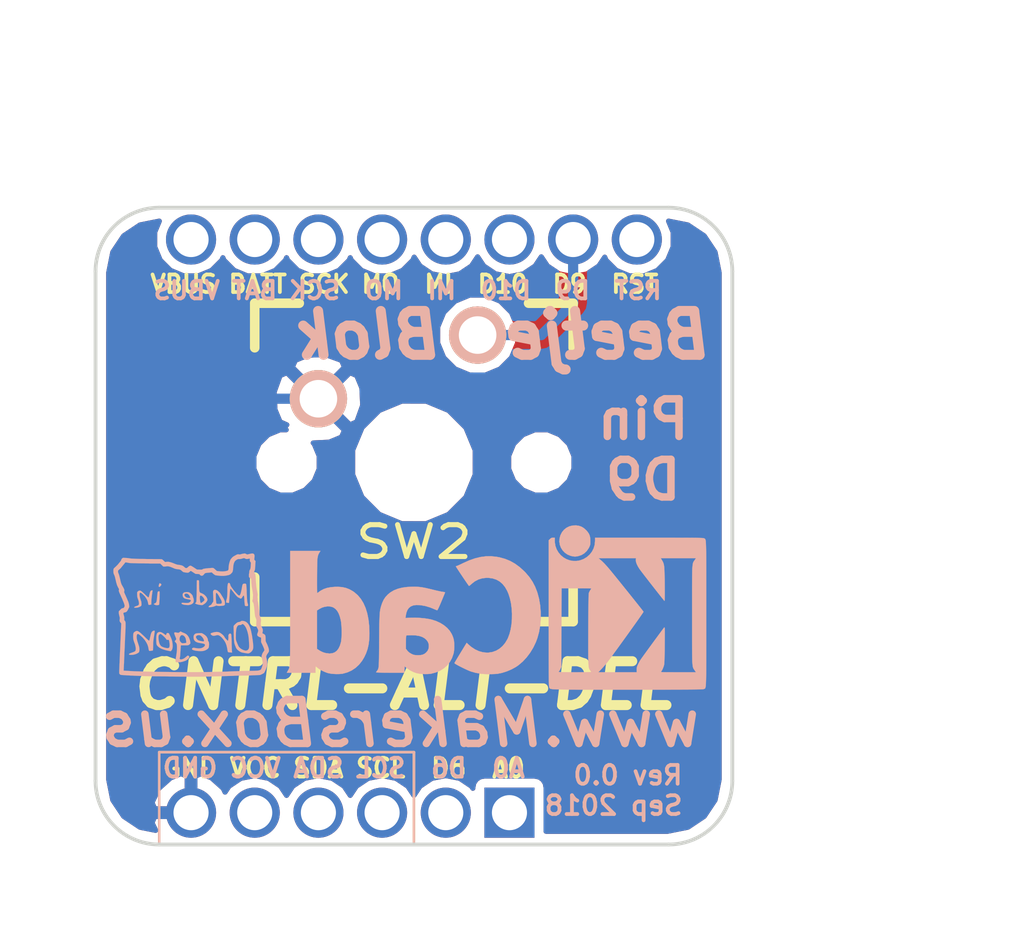
<source format=kicad_pcb>
(kicad_pcb (version 4) (host pcbnew 4.0.7)

  (general
    (links 2)
    (no_connects 0)
    (area 123.114999 92.634999 148.665001 118.185001)
    (thickness 1.6)
    (drawings 18)
    (tracks 6)
    (zones 0)
    (modules 5)
    (nets 15)
  )

  (page A)
  (title_block
    (title "Beetje 32U4 Blok")
    (date 2018-08-10)
    (rev 0.0)
    (company www.MakersBox.us)
    (comment 1 648.ken@gmail.com)
  )

  (layers
    (0 F.Cu signal)
    (31 B.Cu signal)
    (32 B.Adhes user)
    (33 F.Adhes user)
    (34 B.Paste user)
    (35 F.Paste user)
    (36 B.SilkS user)
    (37 F.SilkS user)
    (38 B.Mask user)
    (39 F.Mask user)
    (40 Dwgs.User user)
    (41 Cmts.User user)
    (42 Eco1.User user)
    (43 Eco2.User user)
    (44 Edge.Cuts user)
    (45 Margin user)
    (46 B.CrtYd user)
    (47 F.CrtYd user)
    (48 B.Fab user)
    (49 F.Fab user hide)
  )

  (setup
    (last_trace_width 0.25)
    (user_trace_width 0.3048)
    (user_trace_width 0.4064)
    (user_trace_width 0.6096)
    (trace_clearance 0.2)
    (zone_clearance 0.35)
    (zone_45_only no)
    (trace_min 0.2)
    (segment_width 0.2)
    (edge_width 0.15)
    (via_size 0.6)
    (via_drill 0.4)
    (via_min_size 0.4)
    (via_min_drill 0.3)
    (uvia_size 0.3)
    (uvia_drill 0.1)
    (uvias_allowed no)
    (uvia_min_size 0.2)
    (uvia_min_drill 0.1)
    (pcb_text_width 0.3)
    (pcb_text_size 1.5 1.5)
    (mod_edge_width 0.15)
    (mod_text_size 1 1)
    (mod_text_width 0.15)
    (pad_size 0.75 0.75)
    (pad_drill 0)
    (pad_to_mask_clearance 0)
    (aux_axis_origin 0 0)
    (visible_elements 7FFFFFFF)
    (pcbplotparams
      (layerselection 0x00030_80000001)
      (usegerberextensions false)
      (excludeedgelayer true)
      (linewidth 0.100000)
      (plotframeref false)
      (viasonmask false)
      (mode 1)
      (useauxorigin false)
      (hpglpennumber 1)
      (hpglpenspeed 20)
      (hpglpendiameter 15)
      (hpglpenoverlay 2)
      (psnegative false)
      (psa4output false)
      (plotreference true)
      (plotvalue true)
      (plotinvisibletext false)
      (padsonsilk false)
      (subtractmaskfromsilk false)
      (outputformat 1)
      (mirror false)
      (drillshape 1)
      (scaleselection 1)
      (outputdirectory ""))
  )

  (net 0 "")
  (net 1 GND)
  (net 2 VBUS)
  (net 3 +BATT)
  (net 4 /D10)
  (net 5 /D9)
  (net 6 /SCL)
  (net 7 /SDA)
  (net 8 /A0)
  (net 9 /SCK)
  (net 10 /MOSI)
  (net 11 /MISO)
  (net 12 /~RESET)
  (net 13 VCC)
  (net 14 /D6)

  (net_class Default "This is the default net class."
    (clearance 0.2)
    (trace_width 0.25)
    (via_dia 0.6)
    (via_drill 0.4)
    (uvia_dia 0.3)
    (uvia_drill 0.1)
    (add_net +BATT)
    (add_net /A0)
    (add_net /D10)
    (add_net /D6)
    (add_net /D9)
    (add_net /MISO)
    (add_net /MOSI)
    (add_net /SCK)
    (add_net /SCL)
    (add_net /SDA)
    (add_net /~RESET)
    (add_net GND)
    (add_net VBUS)
    (add_net VCC)
  )

  (module footprints:KiCad-Logo2_8mm_SilkScreen (layer B.Cu) (tedit 5B7EDC3C) (tstamp 5B773E92)
    (at 139.192 109.347 180)
    (descr "KiCad Logo")
    (tags "Logo KiCad")
    (attr virtual)
    (fp_text reference REF*** (at 0 0 180) (layer B.SilkS) hide
      (effects (font (size 1 1) (thickness 0.15)) (justify mirror))
    )
    (fp_text value KiCad-Logo2_8mm_SilkScreen (at 0.75 0 180) (layer B.Fab) hide
      (effects (font (size 0.5 0.5) (thickness 0.125)) (justify mirror))
    )
    (fp_poly (pts (xy -3.922722 3.342976) (xy -3.908256 3.191281) (xy -3.866163 3.047997) (xy -3.798393 2.916193)
      (xy -3.706899 2.798942) (xy -3.593635 2.699313) (xy -3.46451 2.622271) (xy -3.323028 2.569521)
      (xy -3.180554 2.544799) (xy -3.039896 2.546316) (xy -2.903864 2.572283) (xy -2.775267 2.62091)
      (xy -2.656914 2.690407) (xy -2.551614 2.778986) (xy -2.462177 2.884857) (xy -2.391412 3.00623)
      (xy -2.342129 3.141317) (xy -2.317135 3.288326) (xy -2.314556 3.354756) (xy -2.314556 3.471835)
      (xy -2.24542 3.471835) (xy -2.197081 3.468047) (xy -2.161271 3.452338) (xy -2.125183 3.420734)
      (xy -2.074083 3.369633) (xy -2.074083 0.451862) (xy -2.074095 0.102862) (xy -2.074138 -0.217332)
      (xy -2.074223 -0.509974) (xy -2.074361 -0.776318) (xy -2.074562 -1.017617) (xy -2.074838 -1.235125)
      (xy -2.0752 -1.430095) (xy -2.075658 -1.60378) (xy -2.076223 -1.757435) (xy -2.076906 -1.892313)
      (xy -2.077717 -2.009668) (xy -2.078669 -2.110753) (xy -2.079771 -2.196821) (xy -2.081035 -2.269127)
      (xy -2.08247 -2.328923) (xy -2.084089 -2.377464) (xy -2.085902 -2.416003) (xy -2.08792 -2.445793)
      (xy -2.090154 -2.468089) (xy -2.092614 -2.484143) (xy -2.095312 -2.49521) (xy -2.098258 -2.502542)
      (xy -2.099699 -2.505005) (xy -2.105241 -2.51434) (xy -2.109947 -2.522923) (xy -2.115045 -2.530784)
      (xy -2.121765 -2.537955) (xy -2.131336 -2.544467) (xy -2.144986 -2.550353) (xy -2.163945 -2.555642)
      (xy -2.189442 -2.560368) (xy -2.222705 -2.56456) (xy -2.264964 -2.568251) (xy -2.317448 -2.571472)
      (xy -2.381386 -2.574254) (xy -2.458007 -2.57663) (xy -2.54854 -2.578629) (xy -2.654214 -2.580284)
      (xy -2.776258 -2.581627) (xy -2.915901 -2.582687) (xy -3.074372 -2.583498) (xy -3.2529 -2.58409)
      (xy -3.452715 -2.584495) (xy -3.675045 -2.584744) (xy -3.921119 -2.584869) (xy -4.192166 -2.584901)
      (xy -4.489416 -2.584871) (xy -4.814097 -2.584811) (xy -5.167438 -2.584752) (xy -5.218541 -2.584746)
      (xy -5.573985 -2.584689) (xy -5.900594 -2.584595) (xy -6.199592 -2.584455) (xy -6.472204 -2.584259)
      (xy -6.719653 -2.583997) (xy -6.943164 -2.58366) (xy -7.14396 -2.583239) (xy -7.323266 -2.582723)
      (xy -7.482307 -2.582104) (xy -7.622306 -2.581371) (xy -7.744487 -2.580515) (xy -7.850075 -2.579526)
      (xy -7.940293 -2.578394) (xy -8.016366 -2.577111) (xy -8.079519 -2.575666) (xy -8.130975 -2.574049)
      (xy -8.171958 -2.572252) (xy -8.203692 -2.570265) (xy -8.227402 -2.568077) (xy -8.244312 -2.565679)
      (xy -8.255646 -2.563063) (xy -8.261448 -2.560841) (xy -8.272714 -2.556088) (xy -8.283058 -2.552578)
      (xy -8.292517 -2.549068) (xy -8.301132 -2.544313) (xy -8.308942 -2.537069) (xy -8.315985 -2.526091)
      (xy -8.322302 -2.510135) (xy -8.327931 -2.487955) (xy -8.332912 -2.458309) (xy -8.337284 -2.419951)
      (xy -8.341086 -2.371637) (xy -8.344358 -2.312122) (xy -8.347139 -2.240163) (xy -8.349467 -2.154513)
      (xy -8.351383 -2.053931) (xy -8.352925 -1.937169) (xy -8.354134 -1.802985) (xy -8.355047 -1.650134)
      (xy -8.355705 -1.477371) (xy -8.356146 -1.283452) (xy -8.356411 -1.067133) (xy -8.356536 -0.827168)
      (xy -8.356564 -0.562314) (xy -8.356533 -0.271326) (xy -8.356481 0.04704) (xy -8.356449 0.39403)
      (xy -8.356449 0.450148) (xy -8.356467 0.800159) (xy -8.356501 1.121364) (xy -8.356515 1.415017)
      (xy -8.356476 1.682372) (xy -8.356351 1.924683) (xy -8.356103 2.143203) (xy -8.3557 2.339187)
      (xy -8.355107 2.513887) (xy -8.354335 2.660237) (xy -7.951149 2.660237) (xy -7.898174 2.583225)
      (xy -7.883302 2.562232) (xy -7.869895 2.543644) (xy -7.857876 2.52588) (xy -7.84717 2.507362)
      (xy -7.837703 2.486509) (xy -7.829397 2.461743) (xy -7.822178 2.431483) (xy -7.815969 2.39415)
      (xy -7.810696 2.348165) (xy -7.806282 2.291948) (xy -7.802652 2.22392) (xy -7.79973 2.1425)
      (xy -7.797441 2.04611) (xy -7.795709 1.93317) (xy -7.794458 1.802101) (xy -7.793614 1.651322)
      (xy -7.793099 1.479254) (xy -7.792839 1.284319) (xy -7.792757 1.064935) (xy -7.792779 0.819524)
      (xy -7.792828 0.546506) (xy -7.79284 0.383255) (xy -7.792808 0.094417) (xy -7.792763 -0.165943)
      (xy -7.792779 -0.399406) (xy -7.792931 -0.607554) (xy -7.793294 -0.791969) (xy -7.793943 -0.954231)
      (xy -7.794953 -1.095922) (xy -7.796399 -1.218624) (xy -7.798355 -1.323917) (xy -7.800896 -1.413383)
      (xy -7.804097 -1.488603) (xy -7.808033 -1.551159) (xy -7.81278 -1.602632) (xy -7.81841 -1.644603)
      (xy -7.825001 -1.678653) (xy -7.832626 -1.706365) (xy -7.84136 -1.729318) (xy -7.851279 -1.749096)
      (xy -7.862456 -1.767278) (xy -7.874967 -1.785446) (xy -7.888888 -1.805182) (xy -7.896997 -1.817019)
      (xy -7.948618 -1.893728) (xy -7.240914 -1.893728) (xy -7.076826 -1.893681) (xy -6.940367 -1.893481)
      (xy -6.829109 -1.893033) (xy -6.740621 -1.892244) (xy -6.672476 -1.89102) (xy -6.622243 -1.889269)
      (xy -6.587493 -1.886897) (xy -6.565798 -1.88381) (xy -6.554727 -1.879916) (xy -6.551851 -1.87512)
      (xy -6.554741 -1.86933) (xy -6.556333 -1.867426) (xy -6.589817 -1.81807) (xy -6.624296 -1.747773)
      (xy -6.655729 -1.665227) (xy -6.666738 -1.630061) (xy -6.672884 -1.606175) (xy -6.678078 -1.578135)
      (xy -6.68243 -1.543165) (xy -6.686048 -1.498489) (xy -6.689043 -1.441329) (xy -6.691523 -1.36891)
      (xy -6.693598 -1.278455) (xy -6.695377 -1.167188) (xy -6.69697 -1.032331) (xy -6.698486 -0.871109)
      (xy -6.698988 -0.811597) (xy -6.700342 -0.644976) (xy -6.701352 -0.506026) (xy -6.701941 -0.392361)
      (xy -6.702031 -0.301596) (xy -6.701544 -0.231344) (xy -6.700403 -0.179219) (xy -6.69853 -0.142834)
      (xy -6.695847 -0.119804) (xy -6.692276 -0.107742) (xy -6.687739 -0.104261) (xy -6.682159 -0.106976)
      (xy -6.676203 -0.112722) (xy -6.662417 -0.129943) (xy -6.63305 -0.168651) (xy -6.590179 -0.22601)
      (xy -6.535882 -0.299181) (xy -6.472237 -0.385326) (xy -6.401323 -0.481609) (xy -6.325216 -0.585192)
      (xy -6.245995 -0.693237) (xy -6.165738 -0.802907) (xy -6.086522 -0.911364) (xy -6.010426 -1.01577)
      (xy -5.939527 -1.113289) (xy -5.875903 -1.201083) (xy -5.821633 -1.276314) (xy -5.778793 -1.336144)
      (xy -5.749462 -1.377737) (xy -5.74338 -1.386567) (xy -5.712864 -1.435698) (xy -5.677172 -1.49959)
      (xy -5.643357 -1.565542) (xy -5.639069 -1.574437) (xy -5.610208 -1.638602) (xy -5.593452 -1.68861)
      (xy -5.585823 -1.736307) (xy -5.584334 -1.792278) (xy -5.585178 -1.893728) (xy -4.048204 -1.893728)
      (xy -4.169575 -1.768938) (xy -4.231879 -1.70251) (xy -4.29883 -1.627316) (xy -4.360132 -1.555063)
      (xy -4.387325 -1.52131) (xy -4.427849 -1.468661) (xy -4.481176 -1.397817) (xy -4.545747 -1.310947)
      (xy -4.620001 -1.210222) (xy -4.702381 -1.097809) (xy -4.791326 -0.975879) (xy -4.885278 -0.846602)
      (xy -4.982678 -0.712146) (xy -5.081965 -0.574681) (xy -5.181581 -0.436377) (xy -5.279967 -0.299403)
      (xy -5.375564 -0.165929) (xy -5.466812 -0.038124) (xy -5.552152 0.081843) (xy -5.630025 0.191801)
      (xy -5.698871 0.289582) (xy -5.757132 0.373016) (xy -5.803249 0.439934) (xy -5.835661 0.488166)
      (xy -5.85281 0.515542) (xy -5.85515 0.521004) (xy -5.844554 0.536083) (xy -5.816868 0.57227)
      (xy -5.773909 0.627299) (xy -5.71749 0.698907) (xy -5.649426 0.784829) (xy -5.571533 0.882802)
      (xy -5.485625 0.990562) (xy -5.393517 1.105845) (xy -5.297023 1.226386) (xy -5.197959 1.349921)
      (xy -5.118438 1.448918) (xy -3.772426 1.448918) (xy -3.764558 1.431667) (xy -3.74548 1.402045)
      (xy -3.744086 1.400072) (xy -3.719073 1.359927) (xy -3.692916 1.310891) (xy -3.687725 1.300059)
      (xy -3.683017 1.288837) (xy -3.678857 1.275366) (xy -3.675203 1.25779) (xy -3.672015 1.234255)
      (xy -3.669255 1.202906) (xy -3.666881 1.161888) (xy -3.664853 1.109348) (xy -3.663132 1.043429)
      (xy -3.661676 0.962277) (xy -3.660447 0.864038) (xy -3.659404 0.746857) (xy -3.658506 0.608879)
      (xy -3.657714 0.448249) (xy -3.656988 0.263112) (xy -3.656287 0.051614) (xy -3.655577 -0.186509)
      (xy -3.65486 -0.432967) (xy -3.654282 -0.651229) (xy -3.653931 -0.843155) (xy -3.653898 -1.010607)
      (xy -3.654272 -1.155449) (xy -3.655143 -1.27954) (xy -3.656601 -1.384744) (xy -3.658736 -1.472922)
      (xy -3.661637 -1.545936) (xy -3.665394 -1.605648) (xy -3.670097 -1.65392) (xy -3.675835 -1.692614)
      (xy -3.682699 -1.723591) (xy -3.690778 -1.748714) (xy -3.700162 -1.769845) (xy -3.71094 -1.788845)
      (xy -3.723203 -1.807576) (xy -3.73452 -1.824175) (xy -3.757334 -1.859182) (xy -3.770843 -1.882593)
      (xy -3.772426 -1.88688) (xy -3.757905 -1.888314) (xy -3.716375 -1.889646) (xy -3.650889 -1.890845)
      (xy -3.564495 -1.891877) (xy -3.460246 -1.892712) (xy -3.341192 -1.893317) (xy -3.210384 -1.89366)
      (xy -3.118639 -1.893728) (xy -2.978855 -1.893434) (xy -2.849924 -1.892593) (xy -2.734758 -1.891263)
      (xy -2.63627 -1.889503) (xy -2.557376 -1.887372) (xy -2.500988 -1.884928) (xy -2.47002 -1.882231)
      (xy -2.464852 -1.880538) (xy -2.4751 -1.860697) (xy -2.485749 -1.850006) (xy -2.503286 -1.827204)
      (xy -2.526237 -1.786929) (xy -2.54211 -1.754231) (xy -2.577574 -1.675799) (xy -2.581668 -0.108964)
      (xy -2.585762 1.45787) (xy -3.179094 1.45787) (xy -3.309323 1.457651) (xy -3.42967 1.457027)
      (xy -3.536932 1.456047) (xy -3.627907 1.454757) (xy -3.699393 1.453208) (xy -3.748186 1.451446)
      (xy -3.771085 1.449521) (xy -3.772426 1.448918) (xy -5.118438 1.448918) (xy -5.09814 1.474187)
      (xy -4.99938 1.596919) (xy -4.903493 1.715853) (xy -4.812296 1.828726) (xy -4.727602 1.933272)
      (xy -4.651227 2.027229) (xy -4.584984 2.108332) (xy -4.53069 2.174316) (xy -4.507838 2.201835)
      (xy -4.392952 2.335851) (xy -4.290971 2.446697) (xy -4.199355 2.536991) (xy -4.115566 2.609349)
      (xy -4.103077 2.619158) (xy -4.050473 2.659904) (xy -4.803864 2.66007) (xy -5.557254 2.660237)
      (xy -5.550213 2.596361) (xy -5.55461 2.520016) (xy -5.583276 2.429118) (xy -5.636496 2.322943)
      (xy -5.696817 2.226708) (xy -5.718409 2.196559) (xy -5.755758 2.146559) (xy -5.806637 2.079558)
      (xy -5.86882 1.998409) (xy -5.940081 1.905962) (xy -6.018192 1.805067) (xy -6.100928 1.698577)
      (xy -6.186063 1.589342) (xy -6.271369 1.480213) (xy -6.354621 1.374041) (xy -6.433592 1.273677)
      (xy -6.506055 1.181973) (xy -6.569785 1.101779) (xy -6.622555 1.035946) (xy -6.662138 0.987326)
      (xy -6.686309 0.95877) (xy -6.690381 0.954379) (xy -6.694188 0.965038) (xy -6.697135 1.00537)
      (xy -6.699217 1.075) (xy -6.700429 1.173553) (xy -6.700766 1.300656) (xy -6.700223 1.455932)
      (xy -6.699013 1.615681) (xy -6.697253 1.791569) (xy -6.695223 1.940333) (xy -6.692593 2.064908)
      (xy -6.689031 2.168229) (xy -6.684206 2.253231) (xy -6.677787 2.322848) (xy -6.669444 2.380016)
      (xy -6.658844 2.427669) (xy -6.645657 2.468743) (xy -6.629552 2.506173) (xy -6.610197 2.542893)
      (xy -6.59065 2.576229) (xy -6.540063 2.660237) (xy -7.951149 2.660237) (xy -8.354335 2.660237)
      (xy -8.354291 2.668558) (xy -8.353218 2.804453) (xy -8.351853 2.922826) (xy -8.350162 3.024931)
      (xy -8.348112 3.112021) (xy -8.345668 3.18535) (xy -8.342796 3.246171) (xy -8.339462 3.29574)
      (xy -8.335633 3.335308) (xy -8.331274 3.36613) (xy -8.326351 3.38946) (xy -8.32083 3.406552)
      (xy -8.314678 3.418658) (xy -8.307859 3.427033) (xy -8.30034 3.43293) (xy -8.292087 3.437604)
      (xy -8.283067 3.442307) (xy -8.275084 3.447058) (xy -8.268117 3.450488) (xy -8.257232 3.453588)
      (xy -8.240972 3.456375) (xy -8.217879 3.458866) (xy -8.186497 3.461077) (xy -8.145368 3.463024)
      (xy -8.093034 3.464724) (xy -8.028039 3.466193) (xy -7.948925 3.467448) (xy -7.854236 3.468506)
      (xy -7.742512 3.469382) (xy -7.612299 3.470093) (xy -7.462137 3.470655) (xy -7.29057 3.471086)
      (xy -7.096141 3.471401) (xy -6.877392 3.471617) (xy -6.632866 3.47175) (xy -6.361105 3.471817)
      (xy -6.079996 3.471835) (xy -3.922722 3.471835) (xy -3.922722 3.342976)) (layer B.SilkS) (width 0.01))
    (fp_poly (pts (xy 0.437258 2.730527) (xy 0.650464 2.702337) (xy 0.868727 2.648897) (xy 1.094796 2.569675)
      (xy 1.331418 2.464144) (xy 1.34642 2.456762) (xy 1.423232 2.41945) (xy 1.49186 2.387395)
      (xy 1.547297 2.362834) (xy 1.584536 2.348008) (xy 1.597278 2.344616) (xy 1.622863 2.337949)
      (xy 1.629003 2.332349) (xy 1.622208 2.318459) (xy 1.600853 2.28346) (xy 1.567396 2.23102)
      (xy 1.524294 2.164806) (xy 1.474008 2.088486) (xy 1.418995 2.005727) (xy 1.361714 1.920199)
      (xy 1.304623 1.835567) (xy 1.250183 1.7555) (xy 1.20085 1.683666) (xy 1.159083 1.623732)
      (xy 1.127342 1.579365) (xy 1.108085 1.554235) (xy 1.105442 1.55132) (xy 1.091971 1.557509)
      (xy 1.062227 1.580377) (xy 1.021527 1.615686) (xy 1.000566 1.63496) (xy 0.872104 1.735186)
      (xy 0.730034 1.808998) (xy 0.576256 1.85573) (xy 0.412672 1.874716) (xy 0.320275 1.873157)
      (xy 0.158995 1.85031) (xy 0.013587 1.802538) (xy -0.116384 1.729492) (xy -0.231353 1.630824)
      (xy -0.331754 1.506185) (xy -0.418022 1.355224) (xy -0.467839 1.239941) (xy -0.526222 1.059276)
      (xy -0.569252 0.862922) (xy -0.59704 0.655943) (xy -0.609695 0.443402) (xy -0.60733 0.230362)
      (xy -0.590055 0.021887) (xy -0.557981 -0.176961) (xy -0.511218 -0.361118) (xy -0.449877 -0.52552)
      (xy -0.4282 -0.571124) (xy -0.33734 -0.723014) (xy -0.230219 -0.851481) (xy -0.108412 -0.955478)
      (xy 0.02651 -1.033958) (xy 0.172971 -1.085874) (xy 0.3294 -1.110179) (xy 0.384608 -1.111967)
      (xy 0.546446 -1.097428) (xy 0.706791 -1.053737) (xy 0.86361 -0.981798) (xy 1.014867 -0.882512)
      (xy 1.136564 -0.778232) (xy 1.198512 -0.718945) (xy 1.439845 -1.114709) (xy 1.499886 -1.213446)
      (xy 1.554789 -1.304262) (xy 1.602606 -1.383895) (xy 1.641391 -1.44908) (xy 1.669194 -1.496554)
      (xy 1.68407 -1.523055) (xy 1.686003 -1.527175) (xy 1.675047 -1.540009) (xy 1.640993 -1.563016)
      (xy 1.588145 -1.594015) (xy 1.520811 -1.630829) (xy 1.443294 -1.671278) (xy 1.359902 -1.713182)
      (xy 1.27494 -1.754363) (xy 1.192714 -1.792642) (xy 1.117529 -1.825838) (xy 1.053691 -1.851775)
      (xy 1.022467 -1.862997) (xy 0.844377 -1.913342) (xy 0.660791 -1.94663) (xy 0.464142 -1.963943)
      (xy 0.295341 -1.967043) (xy 0.204867 -1.965585) (xy 0.117529 -1.962792) (xy 0.041068 -1.959009)
      (xy -0.01677 -1.954578) (xy -0.035549 -1.952337) (xy -0.220628 -1.913947) (xy -0.409051 -1.853877)
      (xy -0.59209 -1.775702) (xy -0.761013 -1.683) (xy -0.864201 -1.612864) (xy -1.033826 -1.468809)
      (xy -1.19133 -1.300302) (xy -1.333795 -1.111508) (xy -1.458303 -0.906591) (xy -1.561938 -0.689715)
      (xy -1.620324 -0.53355) (xy -1.687222 -0.289076) (xy -1.731821 -0.030064) (xy -1.754135 0.237881)
      (xy -1.754179 0.509155) (xy -1.731966 0.778153) (xy -1.687509 1.039271) (xy -1.620824 1.286905)
      (xy -1.615743 1.302334) (xy -1.532022 1.518085) (xy -1.429844 1.715017) (xy -1.305742 1.898701)
      (xy -1.15625 2.074712) (xy -1.09785 2.134973) (xy -0.916596 2.299984) (xy -0.730263 2.436505)
      (xy -0.535991 2.546021) (xy -0.330921 2.630019) (xy -0.11219 2.689985) (xy 0.01503 2.71327)
      (xy 0.226363 2.733995) (xy 0.437258 2.730527)) (layer B.SilkS) (width 0.01))
    (fp_poly (pts (xy 3.559492 1.509029) (xy 3.76175 1.482382) (xy 3.941836 1.437602) (xy 4.100911 1.374331)
      (xy 4.240138 1.292213) (xy 4.343465 1.207591) (xy 4.435116 1.108892) (xy 4.506666 1.002687)
      (xy 4.563786 0.879908) (xy 4.584388 0.822567) (xy 4.601508 0.770669) (xy 4.616422 0.722545)
      (xy 4.629302 0.675754) (xy 4.64032 0.627856) (xy 4.64965 0.576413) (xy 4.657463 0.518984)
      (xy 4.663932 0.45313) (xy 4.66923 0.376411) (xy 4.67353 0.286388) (xy 4.677003 0.18062)
      (xy 4.679823 0.056669) (xy 4.682162 -0.087906) (xy 4.684193 -0.255544) (xy 4.686088 -0.448685)
      (xy 4.687755 -0.638757) (xy 4.689521 -0.846703) (xy 4.691126 -1.026797) (xy 4.692737 -1.181244)
      (xy 4.69452 -1.312249) (xy 4.696643 -1.422017) (xy 4.699272 -1.512753) (xy 4.702576 -1.586662)
      (xy 4.706719 -1.64595) (xy 4.71187 -1.692822) (xy 4.718196 -1.729483) (xy 4.725863 -1.758137)
      (xy 4.735038 -1.78099) (xy 4.745888 -1.800248) (xy 4.758581 -1.818115) (xy 4.773283 -1.836796)
      (xy 4.779009 -1.844029) (xy 4.80007 -1.874436) (xy 4.809438 -1.895142) (xy 4.809468 -1.895754)
      (xy 4.794986 -1.898682) (xy 4.753733 -1.901378) (xy 4.688997 -1.903769) (xy 4.604064 -1.905778)
      (xy 4.502223 -1.907329) (xy 4.38676 -1.908346) (xy 4.260964 -1.908753) (xy 4.246443 -1.908757)
      (xy 3.683419 -1.908757) (xy 3.679076 -1.780858) (xy 3.674734 -1.652958) (xy 3.592071 -1.720841)
      (xy 3.46249 -1.810726) (xy 3.316172 -1.883541) (xy 3.201056 -1.923787) (xy 3.109098 -1.943342)
      (xy 2.998126 -1.956647) (xy 2.878615 -1.963285) (xy 2.761037 -1.962843) (xy 2.655867 -1.954905)
      (xy 2.607633 -1.947298) (xy 2.421218 -1.89689) (xy 2.2529 -1.823874) (xy 2.103896 -1.729337)
      (xy 1.975424 -1.614365) (xy 1.868699 -1.480046) (xy 1.78494 -1.327467) (xy 1.72586 -1.159594)
      (xy 1.709438 -1.084261) (xy 1.699307 -1.001451) (xy 1.694476 -0.901815) (xy 1.693817 -0.856686)
      (xy 1.693904 -0.852446) (xy 2.705656 -0.852446) (xy 2.718029 -0.952367) (xy 2.755556 -1.037343)
      (xy 2.820085 -1.111417) (xy 2.826818 -1.117292) (xy 2.891115 -1.163659) (xy 2.959958 -1.193724)
      (xy 3.040814 -1.209595) (xy 3.141149 -1.21338) (xy 3.165257 -1.21284) (xy 3.236909 -1.209309)
      (xy 3.290203 -1.202098) (xy 3.336823 -1.188566) (xy 3.388452 -1.166072) (xy 3.40262 -1.159178)
      (xy 3.483368 -1.111478) (xy 3.545701 -1.054719) (xy 3.562659 -1.034431) (xy 3.62213 -0.959194)
      (xy 3.62213 -0.698413) (xy 3.621417 -0.593706) (xy 3.619167 -0.516552) (xy 3.615215 -0.464478)
      (xy 3.609396 -0.435009) (xy 3.603958 -0.4264) (xy 3.582755 -0.422188) (xy 3.537778 -0.418697)
      (xy 3.475305 -0.416256) (xy 3.401619 -0.415194) (xy 3.389786 -0.415174) (xy 3.22899 -0.422169)
      (xy 3.092299 -0.443693) (xy 2.977065 -0.480569) (xy 2.880641 -0.53362) (xy 2.807509 -0.596127)
      (xy 2.748201 -0.673195) (xy 2.715285 -0.757135) (xy 2.705656 -0.852446) (xy 1.693904 -0.852446)
      (xy 1.696391 -0.731864) (xy 1.707501 -0.626821) (xy 1.729129 -0.531998) (xy 1.763261 -0.437837)
      (xy 1.795209 -0.368111) (xy 1.873252 -0.241236) (xy 1.977227 -0.124042) (xy 2.10397 -0.018662)
      (xy 2.250318 0.072772) (xy 2.413106 0.148126) (xy 2.589171 0.205268) (xy 2.675266 0.225158)
      (xy 2.856574 0.254587) (xy 3.054208 0.274003) (xy 3.25585 0.282498) (xy 3.424346 0.280325)
      (xy 3.639875 0.2713) (xy 3.629997 0.349822) (xy 3.604311 0.48183) (xy 3.562861 0.589298)
      (xy 3.504501 0.673048) (xy 3.428083 0.733905) (xy 3.332461 0.772692) (xy 3.21649 0.790234)
      (xy 3.079021 0.787353) (xy 3.028462 0.782026) (xy 2.840486 0.748518) (xy 2.658338 0.693887)
      (xy 2.532485 0.643294) (xy 2.472361 0.617499) (xy 2.421194 0.596769) (xy 2.386111 0.583929)
      (xy 2.375875 0.581203) (xy 2.362902 0.59329) (xy 2.340643 0.631858) (xy 2.30889 0.697345)
      (xy 2.267432 0.790184) (xy 2.216061 0.910813) (xy 2.207277 0.931835) (xy 2.167261 1.028115)
      (xy 2.131341 1.115115) (xy 2.101069 1.189031) (xy 2.077996 1.246059) (xy 2.063674 1.282393)
      (xy 2.059538 1.294161) (xy 2.07285 1.300491) (xy 2.107833 1.307517) (xy 2.145474 1.312415)
      (xy 2.185623 1.318748) (xy 2.249246 1.331323) (xy 2.330697 1.348908) (xy 2.424336 1.37027)
      (xy 2.52452 1.394175) (xy 2.562545 1.403525) (xy 2.702419 1.437592) (xy 2.819131 1.464302)
      (xy 2.918435 1.484509) (xy 3.006085 1.499066) (xy 3.087836 1.508827) (xy 3.169441 1.514644)
      (xy 3.256656 1.51737) (xy 3.333898 1.5179) (xy 3.559492 1.509029)) (layer B.SilkS) (width 0.01))
    (fp_poly (pts (xy 8.236474 0.702633) (xy 8.2365 0.390539) (xy 8.236535 0.107038) (xy 8.236631 -0.149336)
      (xy 8.236841 -0.380048) (xy 8.237216 -0.586565) (xy 8.237809 -0.770351) (xy 8.23867 -0.932874)
      (xy 8.239853 -1.075598) (xy 8.241408 -1.19999) (xy 8.243389 -1.307515) (xy 8.245846 -1.39964)
      (xy 8.248833 -1.47783) (xy 8.2524 -1.543551) (xy 8.256599 -1.598269) (xy 8.261484 -1.643449)
      (xy 8.267104 -1.680558) (xy 8.273513 -1.711062) (xy 8.280763 -1.736426) (xy 8.288905 -1.758115)
      (xy 8.29799 -1.777597) (xy 8.308073 -1.796337) (xy 8.319203 -1.8158) (xy 8.326117 -1.827924)
      (xy 8.371736 -1.908757) (xy 7.229231 -1.908757) (xy 7.229231 -1.781006) (xy 7.228257 -1.723273)
      (xy 7.225658 -1.679119) (xy 7.221918 -1.655446) (xy 7.220265 -1.653254) (xy 7.205058 -1.662419)
      (xy 7.174817 -1.686175) (xy 7.144595 -1.711969) (xy 7.071924 -1.766201) (xy 6.979423 -1.820792)
      (xy 6.876839 -1.870725) (xy 6.773919 -1.910987) (xy 6.732843 -1.923833) (xy 6.641649 -1.943225)
      (xy 6.531343 -1.956487) (xy 6.412329 -1.963202) (xy 6.295005 -1.962953) (xy 6.189773 -1.955324)
      (xy 6.139586 -1.947592) (xy 5.95573 -1.896918) (xy 5.786245 -1.820067) (xy 5.632046 -1.717737)
      (xy 5.494044 -1.590628) (xy 5.373151 -1.43944) (xy 5.284214 -1.291927) (xy 5.211165 -1.136483)
      (xy 5.155248 -0.977586) (xy 5.115311 -0.809843) (xy 5.090207 -0.627861) (xy 5.078786 -0.426245)
      (xy 5.077819 -0.323136) (xy 5.080607 -0.247545) (xy 6.18446 -0.247545) (xy 6.184737 -0.371452)
      (xy 6.188615 -0.488199) (xy 6.196154 -0.59082) (xy 6.207411 -0.672349) (xy 6.210851 -0.688779)
      (xy 6.253189 -0.831612) (xy 6.308652 -0.947473) (xy 6.377703 -1.036654) (xy 6.460804 -1.099444)
      (xy 6.558418 -1.136137) (xy 6.67101 -1.147021) (xy 6.799041 -1.13239) (xy 6.883551 -1.111458)
      (xy 6.948978 -1.087241) (xy 7.021043 -1.052828) (xy 7.075178 -1.021272) (xy 7.169113 -0.95954)
      (xy 7.169113 0.57178) (xy 7.079369 0.629784) (xy 6.974823 0.684267) (xy 6.862742 0.719749)
      (xy 6.749411 0.735624) (xy 6.641117 0.731288) (xy 6.544145 0.706135) (xy 6.501603 0.685407)
      (xy 6.424485 0.628162) (xy 6.359305 0.552578) (xy 6.304513 0.455892) (xy 6.258561 0.335342)
      (xy 6.219897 0.188167) (xy 6.218191 0.180355) (xy 6.20465 0.097473) (xy 6.194476 -0.006116)
      (xy 6.187726 -0.123444) (xy 6.18446 -0.247545) (xy 5.080607 -0.247545) (xy 5.088272 -0.039801)
      (xy 5.117488 0.220927) (xy 5.165396 0.458877) (xy 5.231928 0.673876) (xy 5.317015 0.86575)
      (xy 5.420587 1.034326) (xy 5.542575 1.179432) (xy 5.682911 1.300895) (xy 5.743041 1.342102)
      (xy 5.877441 1.416855) (xy 6.014957 1.469591) (xy 6.161524 1.501757) (xy 6.323073 1.514797)
      (xy 6.446231 1.513405) (xy 6.618848 1.498805) (xy 6.768751 1.469761) (xy 6.900278 1.424937)
      (xy 7.017765 1.363) (xy 7.082823 1.317451) (xy 7.12192 1.288275) (xy 7.150798 1.268344)
      (xy 7.161728 1.262485) (xy 7.163878 1.276903) (xy 7.165596 1.317713) (xy 7.1669 1.381253)
      (xy 7.167805 1.46386) (xy 7.168328 1.56187) (xy 7.168487 1.671621) (xy 7.168298 1.789449)
      (xy 7.167778 1.911693) (xy 7.166944 2.034687) (xy 7.165812 2.15477) (xy 7.164399 2.268279)
      (xy 7.162723 2.37155) (xy 7.1608 2.46092) (xy 7.158646 2.532727) (xy 7.15628 2.583307)
      (xy 7.155625 2.592604) (xy 7.145537 2.686353) (xy 7.130145 2.759776) (xy 7.106528 2.822511)
      (xy 7.071767 2.884198) (xy 7.063423 2.896953) (xy 7.030895 2.945799) (xy 8.236213 2.945799)
      (xy 8.236474 0.702633)) (layer B.SilkS) (width 0.01))
    (fp_poly (pts (xy -3.02624 3.958707) (xy -2.898063 3.926438) (xy -2.782789 3.869413) (xy -2.683189 3.789828)
      (xy -2.602035 3.689875) (xy -2.542098 3.571749) (xy -2.507134 3.443525) (xy -2.499344 3.314031)
      (xy -2.51912 3.189071) (xy -2.563988 3.072101) (xy -2.631472 2.966578) (xy -2.719098 2.875958)
      (xy -2.824393 2.803697) (xy -2.944882 2.753252) (xy -3.013135 2.736712) (xy -3.072378 2.726698)
      (xy -3.118046 2.722741) (xy -3.161928 2.72517) (xy -3.215814 2.734316) (xy -3.259877 2.743602)
      (xy -3.384248 2.785553) (xy -3.495647 2.853617) (xy -3.591565 2.945731) (xy -3.669496 3.05983)
      (xy -3.688067 3.096095) (xy -3.709951 3.144513) (xy -3.723675 3.185172) (xy -3.731085 3.227951)
      (xy -3.734027 3.282728) (xy -3.734397 3.344083) (xy -3.728957 3.456394) (xy -3.711096 3.548629)
      (xy -3.677559 3.629342) (xy -3.62509 3.707086) (xy -3.573769 3.766018) (xy -3.478054 3.853645)
      (xy -3.378078 3.914132) (xy -3.267907 3.950347) (xy -3.164549 3.964027) (xy -3.02624 3.958707)) (layer B.SilkS) (width 0.01))
  )

  (module footprints:MadeInOregonRev25 (layer F.Cu) (tedit 5B7EDC1C) (tstamp 5B7740E4)
    (at 127 108.966)
    (fp_text reference VAL (at 0 0) (layer F.SilkS) hide
      (effects (font (size 1.143 1.143) (thickness 0.1778)))
    )
    (fp_text value MadeInOregonRev25 (at 0 0) (layer F.SilkS) hide
      (effects (font (size 0.5 0.5) (thickness 0.125)))
    )
    (fp_poly (pts (xy -3.09626 -1.76022) (xy -3.09626 -1.72212) (xy -3.09372 -1.69672) (xy -3.09118 -1.67386)
      (xy -3.0861 -1.65608) (xy -3.07594 -1.63576) (xy -3.0734 -1.62814) (xy -3.0607 -1.6002)
      (xy -3.05054 -1.5748) (xy -3.04038 -1.54432) (xy -3.03022 -1.50876) (xy -3.02006 -1.46304)
      (xy -3.00736 -1.4097) (xy -3.00228 -1.39192) (xy -2.98704 -1.31826) (xy -2.96926 -1.2573)
      (xy -2.95402 -1.20396) (xy -2.9337 -1.15824) (xy -2.91338 -1.1176) (xy -2.91338 -1.74752)
      (xy -2.91338 -1.76276) (xy -2.91084 -1.77546) (xy -2.90322 -1.78816) (xy -2.89052 -1.8034)
      (xy -2.86766 -1.82118) (xy -2.8575 -1.83134) (xy -2.82956 -1.8542) (xy -2.80416 -1.8796)
      (xy -2.78638 -1.90246) (xy -2.77876 -1.91008) (xy -2.76606 -1.92786) (xy -2.74574 -1.95326)
      (xy -2.72034 -1.98374) (xy -2.69494 -2.01422) (xy -2.6924 -2.01676) (xy -2.66954 -2.0447)
      (xy -2.64922 -2.0701) (xy -2.63652 -2.08788) (xy -2.6289 -2.09804) (xy -2.6289 -2.10058)
      (xy -2.62382 -2.10566) (xy -2.60604 -2.10566) (xy -2.58064 -2.10566) (xy -2.55016 -2.10058)
      (xy -2.51968 -2.0955) (xy -2.50952 -2.09296) (xy -2.49682 -2.09042) (xy -2.48412 -2.08534)
      (xy -2.46888 -2.08534) (xy -2.4511 -2.0828) (xy -2.4257 -2.08026) (xy -2.39268 -2.07772)
      (xy -2.35458 -2.07772) (xy -2.30632 -2.07518) (xy -2.2479 -2.07518) (xy -2.17678 -2.07264)
      (xy -2.09296 -2.0701) (xy -2.03962 -2.0701) (xy -1.95326 -2.06756) (xy -1.8669 -2.06756)
      (xy -1.78054 -2.06502) (xy -1.69672 -2.06502) (xy -1.61798 -2.06248) (xy -1.54686 -2.06248)
      (xy -1.48336 -2.06248) (xy -1.4351 -2.06248) (xy -1.4224 -2.06248) (xy -1.22936 -2.06248)
      (xy -1.1684 -2.00152) (xy -1.10744 -1.9431) (xy -1.0668 -1.9431) (xy -1.03886 -1.9431)
      (xy -1.0033 -1.94564) (xy -0.97536 -1.95072) (xy -0.94234 -1.95326) (xy -0.91186 -1.95072)
      (xy -0.87884 -1.94564) (xy -0.8382 -1.93548) (xy -0.79248 -1.9177) (xy -0.7366 -1.89484)
      (xy -0.72136 -1.88976) (xy -0.67818 -1.86944) (xy -0.64516 -1.85674) (xy -0.61722 -1.84912)
      (xy -0.59182 -1.84404) (xy -0.56388 -1.83896) (xy -0.5461 -1.83642) (xy -0.50038 -1.83134)
      (xy -0.46482 -1.82626) (xy -0.43688 -1.81864) (xy -0.41656 -1.80848) (xy -0.39624 -1.79578)
      (xy -0.37592 -1.77546) (xy -0.37338 -1.77292) (xy -0.35052 -1.7526) (xy -0.32512 -1.73482)
      (xy -0.30734 -1.72212) (xy -0.30734 -1.72212) (xy -0.28702 -1.71704) (xy -0.25654 -1.71196)
      (xy -0.22098 -1.70434) (xy -0.18288 -1.7018) (xy -0.14986 -1.69672) (xy -0.12446 -1.69672)
      (xy -0.10922 -1.69926) (xy -0.09652 -1.70688) (xy -0.07366 -1.71958) (xy -0.05334 -1.73736)
      (xy -0.03048 -1.75768) (xy -0.01524 -1.7653) (xy -0.00508 -1.76784) (xy 0 -1.7653)
      (xy 0.01016 -1.75768) (xy 0.03048 -1.74498) (xy 0.05842 -1.7272) (xy 0.0889 -1.70688)
      (xy 0.09652 -1.7018) (xy 0.18288 -1.64846) (xy 0.25908 -1.64592) (xy 0.29464 -1.64338)
      (xy 0.3175 -1.64084) (xy 0.3302 -1.6383) (xy 0.34036 -1.63322) (xy 0.34544 -1.6256)
      (xy 0.34798 -1.62052) (xy 0.3683 -1.59766) (xy 0.39624 -1.58242) (xy 0.42672 -1.5748)
      (xy 0.4318 -1.5748) (xy 0.45974 -1.58242) (xy 0.48768 -1.6002) (xy 0.51562 -1.63068)
      (xy 0.52578 -1.64338) (xy 0.53848 -1.65608) (xy 0.5461 -1.66624) (xy 0.55626 -1.67386)
      (xy 0.56896 -1.68148) (xy 0.58928 -1.68402) (xy 0.61468 -1.6891) (xy 0.65278 -1.69418)
      (xy 0.70104 -1.69672) (xy 0.71628 -1.69926) (xy 0.8255 -1.70942) (xy 0.85598 -1.68148)
      (xy 0.89154 -1.64846) (xy 0.9271 -1.62306) (xy 0.95758 -1.60274) (xy 0.96774 -1.59766)
      (xy 0.9906 -1.59258) (xy 1.02362 -1.5875) (xy 1.0668 -1.58242) (xy 1.11252 -1.57734)
      (xy 1.16332 -1.57226) (xy 1.21158 -1.56972) (xy 1.2573 -1.56972) (xy 1.25984 -1.56972)
      (xy 1.3081 -1.56972) (xy 1.35128 -1.5748) (xy 1.39446 -1.57988) (xy 1.44272 -1.59004)
      (xy 1.48844 -1.6002) (xy 1.52146 -1.61036) (xy 1.54686 -1.62306) (xy 1.56972 -1.63576)
      (xy 1.59258 -1.65608) (xy 1.61798 -1.68148) (xy 1.63576 -1.7018) (xy 1.651 -1.72212)
      (xy 1.65862 -1.74498) (xy 1.66624 -1.77292) (xy 1.67386 -1.80848) (xy 1.6764 -1.85166)
      (xy 1.68148 -1.90246) (xy 1.6891 -1.9812) (xy 1.7018 -2.04978) (xy 1.72212 -2.10566)
      (xy 1.74752 -2.15138) (xy 1.75006 -2.15646) (xy 1.77546 -2.18186) (xy 1.81356 -2.2098)
      (xy 1.82626 -2.21742) (xy 1.8542 -2.23012) (xy 1.87706 -2.24028) (xy 1.89484 -2.24282)
      (xy 1.9177 -2.24282) (xy 1.92024 -2.24282) (xy 1.95834 -2.24282) (xy 2.00152 -2.25044)
      (xy 2.032 -2.25806) (xy 2.0701 -2.27076) (xy 2.09804 -2.27584) (xy 2.11582 -2.27838)
      (xy 2.13106 -2.2733) (xy 2.1463 -2.26822) (xy 2.15392 -2.26314) (xy 2.1844 -2.2479)
      (xy 2.22758 -2.24282) (xy 2.27584 -2.2479) (xy 2.29108 -2.25298) (xy 2.31394 -2.25806)
      (xy 2.33426 -2.26314) (xy 2.34188 -2.26314) (xy 2.34188 -2.25806) (xy 2.34442 -2.23774)
      (xy 2.34442 -2.21488) (xy 2.34442 -2.21234) (xy 2.34442 -2.1844) (xy 2.34696 -2.16408)
      (xy 2.35204 -2.1463) (xy 2.36474 -2.12852) (xy 2.3876 -2.0955) (xy 2.37998 -1.97612)
      (xy 2.37744 -1.9304) (xy 2.37236 -1.89738) (xy 2.36982 -1.87198) (xy 2.36474 -1.8542)
      (xy 2.35966 -1.83896) (xy 2.35204 -1.82372) (xy 2.34696 -1.8161) (xy 2.33172 -1.78562)
      (xy 2.3241 -1.75768) (xy 2.3241 -1.73736) (xy 2.32156 -1.70942) (xy 2.31902 -1.68656)
      (xy 2.31648 -1.67894) (xy 2.31394 -1.66116) (xy 2.30886 -1.63576) (xy 2.30886 -1.60274)
      (xy 2.30886 -1.59004) (xy 2.30886 -1.55702) (xy 2.30886 -1.5367) (xy 2.31394 -1.52146)
      (xy 2.32156 -1.5113) (xy 2.33172 -1.4986) (xy 2.33426 -1.49606) (xy 2.35458 -1.48082)
      (xy 2.3749 -1.4732) (xy 2.37744 -1.47066) (xy 2.3876 -1.47066) (xy 2.39268 -1.46558)
      (xy 2.39776 -1.45034) (xy 2.4003 -1.42494) (xy 2.40284 -1.39192) (xy 2.40538 -1.35382)
      (xy 2.40538 -1.33096) (xy 2.40792 -1.28778) (xy 2.413 -1.2319) (xy 2.42062 -1.16078)
      (xy 2.43332 -1.07442) (xy 2.4511 -0.97536) (xy 2.4511 -0.96774) (xy 2.45872 -0.92456)
      (xy 2.4638 -0.88392) (xy 2.46888 -0.85344) (xy 2.47142 -0.83058) (xy 2.47396 -0.82296)
      (xy 2.47396 -0.81026) (xy 2.47142 -0.7874) (xy 2.47142 -0.75692) (xy 2.46888 -0.72644)
      (xy 2.46888 -0.69342) (xy 2.46634 -0.66294) (xy 2.4638 -0.64262) (xy 2.46126 -0.635)
      (xy 2.4511 -0.6096) (xy 2.44856 -0.57912) (xy 2.4511 -0.54864) (xy 2.46126 -0.52324)
      (xy 2.4765 -0.51054) (xy 2.48412 -0.49784) (xy 2.49174 -0.47244) (xy 2.5019 -0.4318)
      (xy 2.50952 -0.37592) (xy 2.51968 -0.30734) (xy 2.5273 -0.2286) (xy 2.53238 -0.16764)
      (xy 2.53746 -0.1143) (xy 2.54254 -0.0635) (xy 2.54762 -0.02032) (xy 2.5527 0.01524)
      (xy 2.55524 0.04064) (xy 2.55778 0.05334) (xy 2.56794 0.07366) (xy 2.5781 0.1016)
      (xy 2.58826 0.127) (xy 2.59588 0.14732) (xy 2.6035 0.16256) (xy 2.60604 0.18034)
      (xy 2.60858 0.20066) (xy 2.60858 0.22606) (xy 2.60604 0.25908) (xy 2.6035 0.3048)
      (xy 2.6035 0.32512) (xy 2.60096 0.37084) (xy 2.60096 0.4064) (xy 2.60604 0.43434)
      (xy 2.61366 0.45974) (xy 2.62636 0.48768) (xy 2.64668 0.5207) (xy 2.66446 0.5588)
      (xy 2.67462 0.58674) (xy 2.6797 0.61468) (xy 2.67462 0.64262) (xy 2.66446 0.68072)
      (xy 2.65938 0.69088) (xy 2.64668 0.72898) (xy 2.63906 0.75946) (xy 2.63906 0.77978)
      (xy 2.6416 0.79756) (xy 2.64922 0.8128) (xy 2.64922 0.81534) (xy 2.66446 0.83058)
      (xy 2.68986 0.84836) (xy 2.72034 0.86614) (xy 2.75336 0.87884) (xy 2.77368 0.88646)
      (xy 2.794 0.89154) (xy 2.794 0.98044) (xy 2.794 1.07188) (xy 2.82448 1.13538)
      (xy 2.8575 1.20396) (xy 2.8829 1.26238) (xy 2.90322 1.31064) (xy 2.91592 1.3462)
      (xy 2.921 1.36652) (xy 2.92354 1.3843) (xy 2.92354 1.39954) (xy 2.91592 1.41478)
      (xy 2.90068 1.4351) (xy 2.90068 1.43764) (xy 2.87274 1.47828) (xy 2.84988 1.51638)
      (xy 2.8321 1.5621) (xy 2.82448 1.59004) (xy 2.80924 1.64338) (xy 2.8321 1.74244)
      (xy 2.84734 1.80848) (xy 2.85496 1.86182) (xy 2.86004 1.90754) (xy 2.86004 1.94818)
      (xy 2.85242 1.98628) (xy 2.84226 2.02438) (xy 2.84226 2.02438) (xy 2.82702 2.06756)
      (xy 2.81432 2.10566) (xy 2.79908 2.13868) (xy 2.78892 2.16154) (xy 2.77876 2.1717)
      (xy 2.77876 2.17424) (xy 2.7686 2.17678) (xy 2.74828 2.1844) (xy 2.74066 2.18948)
      (xy 2.7178 2.1971) (xy 2.68224 2.20472) (xy 2.63398 2.2098) (xy 2.57302 2.21234)
      (xy 2.49682 2.21488) (xy 2.40792 2.21742) (xy 2.30632 2.21742) (xy 2.29616 2.21742)
      (xy 2.24028 2.21996) (xy 2.17424 2.21996) (xy 2.10058 2.2225) (xy 2.02184 2.2225)
      (xy 1.9431 2.22504) (xy 1.86944 2.23012) (xy 1.84912 2.23012) (xy 1.6129 2.23774)
      (xy 1.38684 2.2479) (xy 1.16332 2.25298) (xy 0.9398 2.25806) (xy 0.71882 2.26314)
      (xy 0.4953 2.26568) (xy 0.26924 2.26822) (xy 0.03556 2.26822) (xy -0.2032 2.26822)
      (xy -0.45466 2.26822) (xy -0.71628 2.26568) (xy -0.84836 2.26314) (xy -1.03378 2.2606)
      (xy -1.20396 2.25806) (xy -1.36144 2.25552) (xy -1.50622 2.25298) (xy -1.64084 2.25044)
      (xy -1.7653 2.2479) (xy -1.88214 2.24536) (xy -1.98882 2.24282) (xy -2.08788 2.23774)
      (xy -2.17932 2.2352) (xy -2.26822 2.23266) (xy -2.35204 2.22758) (xy -2.39776 2.22504)
      (xy -2.46126 2.2225) (xy -2.51968 2.21742) (xy -2.57302 2.21488) (xy -2.61874 2.21234)
      (xy -2.65176 2.2098) (xy -2.67462 2.2098) (xy -2.68732 2.2098) (xy -2.68732 2.2098)
      (xy -2.68732 2.20218) (xy -2.68478 2.17932) (xy -2.68478 2.1463) (xy -2.68224 2.09804)
      (xy -2.6797 2.03962) (xy -2.67716 1.97104) (xy -2.67208 1.8923) (xy -2.66954 1.80594)
      (xy -2.66446 1.70942) (xy -2.65938 1.60782) (xy -2.65684 1.50114) (xy -2.65176 1.38684)
      (xy -2.64414 1.27) (xy -2.64414 1.25476) (xy -2.63906 1.11506) (xy -2.63398 0.98806)
      (xy -2.6289 0.87376) (xy -2.62382 0.77216) (xy -2.61874 0.68326) (xy -2.6162 0.60452)
      (xy -2.61366 0.53848) (xy -2.61112 0.47752) (xy -2.61112 0.42926) (xy -2.61112 0.38608)
      (xy -2.61112 0.35306) (xy -2.61112 0.32258) (xy -2.61112 0.29972) (xy -2.61366 0.28194)
      (xy -2.6162 0.2667) (xy -2.61874 0.25654) (xy -2.62128 0.24638) (xy -2.62636 0.23876)
      (xy -2.63144 0.23368) (xy -2.63652 0.22606) (xy -2.6416 0.21844) (xy -2.6543 0.2032)
      (xy -2.66192 0.18796) (xy -2.66446 0.17272) (xy -2.66192 0.14732) (xy -2.66192 0.13716)
      (xy -2.66192 0.1016) (xy -2.66446 0.06858) (xy -2.67462 0.02794) (xy -2.67462 0.0254)
      (xy -2.68732 -0.01778) (xy -2.69494 -0.04826) (xy -2.69748 -0.07112) (xy -2.69748 -0.08382)
      (xy -2.69494 -0.09398) (xy -2.68732 -0.09906) (xy -2.68732 -0.1016) (xy -2.66954 -0.10668)
      (xy -2.64668 -0.1143) (xy -2.63652 -0.1143) (xy -2.60858 -0.12192) (xy -2.58572 -0.13208)
      (xy -2.5654 -0.14732) (xy -2.54762 -0.17018) (xy -2.52476 -0.20574) (xy -2.50698 -0.2413)
      (xy -2.4638 -0.3302) (xy -2.47142 -0.40894) (xy -2.4765 -0.43942) (xy -2.48158 -0.46736)
      (xy -2.4892 -0.49276) (xy -2.49682 -0.5207) (xy -2.50952 -0.55626) (xy -2.52984 -0.59944)
      (xy -2.53492 -0.61214) (xy -2.55524 -0.66294) (xy -2.5781 -0.71374) (xy -2.60096 -0.76708)
      (xy -2.62128 -0.8128) (xy -2.63144 -0.83058) (xy -2.64668 -0.86868) (xy -2.65938 -0.89662)
      (xy -2.667 -0.91694) (xy -2.66954 -0.92964) (xy -2.667 -0.9398) (xy -2.667 -0.94996)
      (xy -2.65938 -0.97536) (xy -2.65938 -1.00584) (xy -2.66954 -1.03886) (xy -2.68732 -1.0795)
      (xy -2.71272 -1.12776) (xy -2.71526 -1.1303) (xy -2.73812 -1.17094) (xy -2.75844 -1.2065)
      (xy -2.77368 -1.23698) (xy -2.78384 -1.26746) (xy -2.79654 -1.30048) (xy -2.8067 -1.34112)
      (xy -2.81686 -1.38684) (xy -2.82702 -1.43256) (xy -2.84226 -1.49606) (xy -2.85496 -1.54686)
      (xy -2.86512 -1.5875) (xy -2.87528 -1.62052) (xy -2.88544 -1.64846) (xy -2.89306 -1.67132)
      (xy -2.90068 -1.68148) (xy -2.9083 -1.70942) (xy -2.91338 -1.7399) (xy -2.91338 -1.74752)
      (xy -2.91338 -1.1176) (xy -2.91084 -1.11506) (xy -2.90576 -1.09982) (xy -2.88798 -1.07188)
      (xy -2.87782 -1.04902) (xy -2.87274 -1.03632) (xy -2.87274 -1.02616) (xy -2.87782 -1.016)
      (xy -2.88036 -0.99822) (xy -2.8829 -0.98044) (xy -2.87782 -0.95758) (xy -2.8702 -0.92964)
      (xy -2.85496 -0.89408) (xy -2.83464 -0.84582) (xy -2.8194 -0.81534) (xy -2.78384 -0.73406)
      (xy -2.74828 -0.65786) (xy -2.72034 -0.58928) (xy -2.69494 -0.52832) (xy -2.67462 -0.47752)
      (xy -2.66192 -0.43688) (xy -2.6543 -0.40894) (xy -2.6543 -0.4064) (xy -2.64922 -0.37846)
      (xy -2.65176 -0.36068) (xy -2.65684 -0.34036) (xy -2.66446 -0.32766) (xy -2.67462 -0.30734)
      (xy -2.68732 -0.29464) (xy -2.70256 -0.28702) (xy -2.72542 -0.28194) (xy -2.73812 -0.2794)
      (xy -2.75336 -0.27686) (xy -2.77114 -0.2667) (xy -2.78892 -0.25146) (xy -2.81686 -0.22606)
      (xy -2.82448 -0.2159) (xy -2.84988 -0.1905) (xy -2.86766 -0.17272) (xy -2.87782 -0.16002)
      (xy -2.8829 -0.14732) (xy -2.8829 -0.13208) (xy -2.8829 -0.12192) (xy -2.88036 -0.06858)
      (xy -2.86766 -0.00762) (xy -2.85242 0.05588) (xy -2.8448 0.08382) (xy -2.84226 0.10668)
      (xy -2.84226 0.12954) (xy -2.8448 0.16002) (xy -2.84734 0.1651) (xy -2.84988 0.19812)
      (xy -2.84988 0.22606) (xy -2.84226 0.24892) (xy -2.82448 0.27686) (xy -2.8067 0.29972)
      (xy -2.78384 0.32766) (xy -2.82702 1.3081) (xy -2.8321 1.42748) (xy -2.83718 1.54432)
      (xy -2.84226 1.65608) (xy -2.84734 1.76276) (xy -2.84988 1.86182) (xy -2.85496 1.95326)
      (xy -2.8575 2.03708) (xy -2.86004 2.11074) (xy -2.86258 2.17424) (xy -2.86512 2.22758)
      (xy -2.86512 2.26822) (xy -2.86512 2.29616) (xy -2.86512 2.3114) (xy -2.86512 2.3114)
      (xy -2.85496 2.3368) (xy -2.83464 2.35966) (xy -2.81178 2.3749) (xy -2.8067 2.37744)
      (xy -2.794 2.37998) (xy -2.76606 2.38252) (xy -2.72796 2.38506) (xy -2.6797 2.39014)
      (xy -2.62128 2.39268) (xy -2.55778 2.39776) (xy -2.48412 2.4003) (xy -2.40792 2.40538)
      (xy -2.32664 2.40792) (xy -2.24536 2.413) (xy -2.16154 2.41554) (xy -2.08026 2.41808)
      (xy -1.99898 2.42062) (xy -1.92278 2.42316) (xy -1.85166 2.4257) (xy -1.80848 2.42824)
      (xy -1.74752 2.42824) (xy -1.67386 2.43078) (xy -1.59004 2.43078) (xy -1.4986 2.43332)
      (xy -1.397 2.43586) (xy -1.29032 2.43586) (xy -1.1811 2.4384) (xy -1.0668 2.4384)
      (xy -0.95504 2.44094) (xy -0.84582 2.44348) (xy -0.80264 2.44348) (xy -0.70104 2.44348)
      (xy -0.59944 2.44602) (xy -0.50038 2.44602) (xy -0.40386 2.44856) (xy -0.31496 2.44856)
      (xy -0.23114 2.44856) (xy -0.15748 2.4511) (xy -0.09398 2.4511) (xy -0.04064 2.4511)
      (xy 0 2.4511) (xy 0.02286 2.4511) (xy 0.05842 2.4511) (xy 0.10922 2.4511)
      (xy 0.17018 2.4511) (xy 0.2413 2.4511) (xy 0.3175 2.4511) (xy 0.39878 2.44856)
      (xy 0.4826 2.44856) (xy 0.56642 2.44602) (xy 0.60198 2.44602) (xy 0.75692 2.44348)
      (xy 0.90678 2.4384) (xy 1.0541 2.43586) (xy 1.1938 2.43078) (xy 1.32588 2.42824)
      (xy 1.45034 2.42316) (xy 1.56464 2.42062) (xy 1.66624 2.41808) (xy 1.7526 2.413)
      (xy 1.77038 2.413) (xy 1.82626 2.41046) (xy 1.8923 2.40792) (xy 1.96342 2.40792)
      (xy 2.03454 2.40538) (xy 2.10312 2.40538) (xy 2.12852 2.40538) (xy 2.19456 2.40538)
      (xy 2.26822 2.40284) (xy 2.3495 2.40284) (xy 2.42824 2.39776) (xy 2.50444 2.39522)
      (xy 2.54254 2.39522) (xy 2.75844 2.38252) (xy 2.82956 2.3495) (xy 2.86258 2.33172)
      (xy 2.88798 2.31902) (xy 2.90576 2.30632) (xy 2.91084 2.30124) (xy 2.92608 2.28092)
      (xy 2.94132 2.25044) (xy 2.96164 2.2098) (xy 2.97942 2.16662) (xy 2.9972 2.12344)
      (xy 3.01244 2.08534) (xy 3.02514 2.0447) (xy 3.03276 2.01168) (xy 3.03784 1.98628)
      (xy 3.04038 1.9558) (xy 3.04038 1.93548) (xy 3.0353 1.86182) (xy 3.0226 1.778)
      (xy 3.00736 1.70434) (xy 2.99974 1.66878) (xy 2.99974 1.64084) (xy 3.00736 1.61036)
      (xy 3.0226 1.57734) (xy 3.04546 1.53924) (xy 3.0607 1.52146) (xy 3.08356 1.4859)
      (xy 3.0988 1.4605) (xy 3.10642 1.4351) (xy 3.10896 1.4097) (xy 3.10642 1.37668)
      (xy 3.0988 1.33858) (xy 3.09118 1.3081) (xy 3.07848 1.26746) (xy 3.0607 1.22174)
      (xy 3.04038 1.1684) (xy 3.01498 1.1176) (xy 2.99466 1.07442) (xy 2.98704 1.05664)
      (xy 2.97942 1.0414) (xy 2.97688 1.02362) (xy 2.97434 1.0033) (xy 2.97434 0.97282)
      (xy 2.97434 0.93218) (xy 2.97434 0.9271) (xy 2.9718 0.87884) (xy 2.96926 0.8382)
      (xy 2.96418 0.81026) (xy 2.95148 0.7874) (xy 2.9337 0.76708) (xy 2.90576 0.7493)
      (xy 2.86766 0.72898) (xy 2.84734 0.71882) (xy 2.84734 0.7112) (xy 2.84988 0.69342)
      (xy 2.85496 0.66802) (xy 2.8575 0.6604) (xy 2.86258 0.61468) (xy 2.86258 0.5842)
      (xy 2.86258 0.57658) (xy 2.84988 0.5334) (xy 2.82956 0.48768) (xy 2.8067 0.44196)
      (xy 2.79908 0.42926) (xy 2.79146 0.41656) (xy 2.78638 0.40386) (xy 2.7813 0.38862)
      (xy 2.7813 0.37084) (xy 2.7813 0.34798) (xy 2.7813 0.3175) (xy 2.78638 0.27432)
      (xy 2.79146 0.22098) (xy 2.79146 0.21844) (xy 2.79146 0.19304) (xy 2.79146 0.16764)
      (xy 2.78384 0.1397) (xy 2.77622 0.11176) (xy 2.76352 0.07874) (xy 2.75336 0.04826)
      (xy 2.7432 0.0254) (xy 2.74066 0.02032) (xy 2.73558 0.00762) (xy 2.7305 -0.0127)
      (xy 2.72796 -0.04064) (xy 2.72288 -0.07874) (xy 2.7178 -0.12954) (xy 2.71272 -0.1905)
      (xy 2.7051 -0.25908) (xy 2.69748 -0.32512) (xy 2.68986 -0.38862) (xy 2.6797 -0.44958)
      (xy 2.67208 -0.50292) (xy 2.66446 -0.5461) (xy 2.6543 -0.57658) (xy 2.65176 -0.58674)
      (xy 2.65176 -0.60452) (xy 2.6543 -0.6223) (xy 2.65684 -0.6477) (xy 2.65176 -0.68326)
      (xy 2.65176 -0.68326) (xy 2.64668 -0.71628) (xy 2.64922 -0.75184) (xy 2.65176 -0.76962)
      (xy 2.6543 -0.79248) (xy 2.65684 -0.8128) (xy 2.6543 -0.83566) (xy 2.65176 -0.8636)
      (xy 2.64414 -0.90424) (xy 2.6416 -0.91948) (xy 2.62382 -1.01346) (xy 2.61112 -1.09982)
      (xy 2.60096 -1.1811) (xy 2.59334 -1.26238) (xy 2.58572 -1.35128) (xy 2.58064 -1.42748)
      (xy 2.5781 -1.49352) (xy 2.57302 -1.54432) (xy 2.57048 -1.58496) (xy 2.5654 -1.61544)
      (xy 2.56286 -1.6383) (xy 2.55524 -1.65608) (xy 2.54762 -1.66878) (xy 2.53746 -1.6764)
      (xy 2.52984 -1.68402) (xy 2.51714 -1.69418) (xy 2.51206 -1.70688) (xy 2.5146 -1.72466)
      (xy 2.52222 -1.75006) (xy 2.53238 -1.77546) (xy 2.53238 -1.77546) (xy 2.54 -1.78816)
      (xy 2.54254 -1.79832) (xy 2.54762 -1.81102) (xy 2.55016 -1.8288) (xy 2.5527 -1.85166)
      (xy 2.55524 -1.88214) (xy 2.55778 -1.92532) (xy 2.56286 -1.97866) (xy 2.56286 -2.0066)
      (xy 2.57302 -2.159) (xy 2.54762 -2.18948) (xy 2.52222 -2.21996) (xy 2.52984 -2.29616)
      (xy 2.53238 -2.34442) (xy 2.53238 -2.37998) (xy 2.52984 -2.40538) (xy 2.51968 -2.4257)
      (xy 2.50698 -2.44094) (xy 2.50444 -2.44348) (xy 2.4892 -2.45618) (xy 2.47142 -2.46126)
      (xy 2.44856 -2.4638) (xy 2.42062 -2.4638) (xy 2.38252 -2.45618) (xy 2.33172 -2.44602)
      (xy 2.32664 -2.44348) (xy 2.2352 -2.42316) (xy 2.19964 -2.44348) (xy 2.17424 -2.45618)
      (xy 2.15138 -2.4638) (xy 2.12344 -2.4638) (xy 2.09296 -2.45872) (xy 2.04978 -2.4511)
      (xy 2.0193 -2.44348) (xy 1.98374 -2.43332) (xy 1.9558 -2.4257) (xy 1.93802 -2.42316)
      (xy 1.92024 -2.4257) (xy 1.90754 -2.42824) (xy 1.88722 -2.43078) (xy 1.86944 -2.43078)
      (xy 1.84912 -2.42824) (xy 1.82372 -2.41808) (xy 1.79324 -2.40284) (xy 1.76022 -2.38506)
      (xy 1.71958 -2.3622) (xy 1.6891 -2.34442) (xy 1.66624 -2.32664) (xy 1.64846 -2.3114)
      (xy 1.63068 -2.29362) (xy 1.6129 -2.27076) (xy 1.59258 -2.2479) (xy 1.57734 -2.22504)
      (xy 1.56718 -2.20472) (xy 1.55702 -2.17932) (xy 1.54432 -2.1463) (xy 1.53162 -2.10312)
      (xy 1.52908 -2.09296) (xy 1.51638 -2.0447) (xy 1.50876 -2.00406) (xy 1.50368 -1.96596)
      (xy 1.4986 -1.92278) (xy 1.4986 -1.90754) (xy 1.49606 -1.86182) (xy 1.49352 -1.8288)
      (xy 1.4859 -1.80594) (xy 1.4732 -1.7907) (xy 1.45288 -1.778) (xy 1.4224 -1.77038)
      (xy 1.39446 -1.76276) (xy 1.3335 -1.7526) (xy 1.26238 -1.74752) (xy 1.18364 -1.75006)
      (xy 1.10998 -1.75768) (xy 1.03124 -1.7653) (xy 0.9652 -1.82372) (xy 0.9398 -1.84912)
      (xy 0.9144 -1.8669) (xy 0.89408 -1.88214) (xy 0.88392 -1.88722) (xy 0.86868 -1.88722)
      (xy 0.84328 -1.88722) (xy 0.80518 -1.88722) (xy 0.762 -1.88214) (xy 0.7112 -1.8796)
      (xy 0.6604 -1.87452) (xy 0.6096 -1.86944) (xy 0.56642 -1.86436) (xy 0.52324 -1.85674)
      (xy 0.49276 -1.85166) (xy 0.47244 -1.8415) (xy 0.45974 -1.83642) (xy 0.44958 -1.8288)
      (xy 0.43942 -1.82372) (xy 0.42418 -1.82118) (xy 0.40386 -1.82118) (xy 0.37592 -1.82118)
      (xy 0.33782 -1.82118) (xy 0.23622 -1.82372) (xy 0.13208 -1.8923) (xy 0.09398 -1.9177)
      (xy 0.06096 -1.93802) (xy 0.03302 -1.9558) (xy 0.0127 -1.96596) (xy 0.00508 -1.97104)
      (xy -0.02286 -1.97866) (xy -0.04826 -1.97358) (xy -0.07874 -1.95834) (xy -0.1143 -1.92786)
      (xy -0.11684 -1.92532) (xy -0.1397 -1.905) (xy -0.15748 -1.8923) (xy -0.17272 -1.88468)
      (xy -0.18796 -1.88214) (xy -0.19304 -1.88214) (xy -0.21082 -1.88468) (xy -0.22352 -1.88722)
      (xy -0.2413 -1.89992) (xy -0.26162 -1.9177) (xy -0.27178 -1.92786) (xy -0.30226 -1.95326)
      (xy -0.33528 -1.97358) (xy -0.37338 -1.98882) (xy -0.41656 -1.99898) (xy -0.47244 -2.00914)
      (xy -0.50038 -2.01168) (xy -0.53848 -2.01676) (xy -0.56896 -2.02438) (xy -0.59944 -2.03454)
      (xy -0.635 -2.04724) (xy -0.66548 -2.05994) (xy -0.70866 -2.07772) (xy -0.75692 -2.0955)
      (xy -0.80264 -2.11074) (xy -0.83058 -2.11836) (xy -0.86868 -2.12598) (xy -0.89662 -2.1336)
      (xy -0.91948 -2.1336) (xy -0.94234 -2.1336) (xy -0.97282 -2.13106) (xy -1.03378 -2.12344)
      (xy -1.0922 -2.17678) (xy -1.12776 -2.2098) (xy -1.1557 -2.23012) (xy -1.17348 -2.2352)
      (xy -1.18618 -2.23774) (xy -1.21412 -2.23774) (xy -1.24968 -2.24028) (xy -1.2954 -2.24028)
      (xy -1.3462 -2.24028) (xy -1.40208 -2.24028) (xy -1.40462 -2.24028) (xy -1.48844 -2.24028)
      (xy -1.57734 -2.24282) (xy -1.66878 -2.24282) (xy -1.76022 -2.24282) (xy -1.85166 -2.24536)
      (xy -1.94056 -2.2479) (xy -2.02438 -2.2479) (xy -2.10566 -2.25044) (xy -2.18186 -2.25298)
      (xy -2.25044 -2.25552) (xy -2.30886 -2.25806) (xy -2.35966 -2.2606) (xy -2.39776 -2.26314)
      (xy -2.42316 -2.26568) (xy -2.43586 -2.26822) (xy -2.45364 -2.27076) (xy -2.48666 -2.27584)
      (xy -2.52476 -2.28092) (xy -2.5654 -2.28346) (xy -2.58572 -2.286) (xy -2.63144 -2.28854)
      (xy -2.66446 -2.29108) (xy -2.68732 -2.29108) (xy -2.7051 -2.29108) (xy -2.7178 -2.28854)
      (xy -2.72796 -2.28346) (xy -2.7305 -2.28092) (xy -2.7559 -2.2606) (xy -2.77876 -2.22758)
      (xy -2.78892 -2.19202) (xy -2.79654 -2.17678) (xy -2.81178 -2.15392) (xy -2.8321 -2.13106)
      (xy -2.83718 -2.12344) (xy -2.86258 -2.09296) (xy -2.88544 -2.06502) (xy -2.90576 -2.04216)
      (xy -2.9083 -2.03708) (xy -2.92354 -2.0193) (xy -2.94894 -1.9939) (xy -2.97688 -1.96596)
      (xy -3.00482 -1.93802) (xy -3.03276 -1.91262) (xy -3.05816 -1.88976) (xy -3.07594 -1.87198)
      (xy -3.0861 -1.85928) (xy -3.0861 -1.85928) (xy -3.09118 -1.8415) (xy -3.09626 -1.81102)
      (xy -3.09626 -1.77038) (xy -3.09626 -1.76022) (xy -3.09626 -1.76022)) (layer B.SilkS) (width 0.00254))
    (fp_poly (pts (xy -0.67056 0.70358) (xy -0.67056 0.72136) (xy -0.66802 0.72644) (xy -0.66548 0.74676)
      (xy -0.65532 0.7747) (xy -0.64262 0.80772) (xy -0.63246 0.83312) (xy -0.61468 0.8763)
      (xy -0.60198 0.90932) (xy -0.59436 0.93218) (xy -0.59182 0.94996) (xy -0.5969 0.9652)
      (xy -0.60198 0.9779) (xy -0.61722 0.99568) (xy -0.63246 1.01092) (xy -0.64516 1.02362)
      (xy -0.6477 1.03632) (xy -0.64262 1.05156) (xy -0.62484 1.07188) (xy -0.6223 1.07696)
      (xy -0.59944 1.10236) (xy -0.5842 1.12522) (xy -0.57404 1.14554) (xy -0.56896 1.17348)
      (xy -0.56388 1.2065) (xy -0.56134 1.24968) (xy -0.56134 1.26238) (xy -0.56134 1.31572)
      (xy -0.56134 1.36652) (xy -0.56642 1.41986) (xy -0.5715 1.47828) (xy -0.58166 1.54686)
      (xy -0.59182 1.62306) (xy -0.59944 1.66116) (xy -0.60706 1.71704) (xy -0.61468 1.76022)
      (xy -0.61722 1.79324) (xy -0.61976 1.8161) (xy -0.61722 1.83388) (xy -0.61468 1.84658)
      (xy -0.6096 1.85674) (xy -0.6096 1.85928) (xy -0.60198 1.8669) (xy -0.59436 1.86944)
      (xy -0.58166 1.87198) (xy -0.56134 1.87452) (xy -0.53086 1.87452) (xy -0.51308 1.87452)
      (xy -0.47752 1.87452) (xy -0.45974 1.87198) (xy -0.45974 0.94234) (xy -0.45212 0.89662)
      (xy -0.43688 0.85344) (xy -0.41402 0.81788) (xy -0.40894 0.81026) (xy -0.38354 0.79502)
      (xy -0.35306 0.79248) (xy -0.32258 0.8001) (xy -0.2921 0.81788) (xy -0.26162 0.84582)
      (xy -0.23622 0.87884) (xy -0.21844 0.91948) (xy -0.21336 0.92964) (xy -0.20828 0.9525)
      (xy -0.2032 0.98044) (xy -0.19812 1.01092) (xy -0.19304 1.0414) (xy -0.1905 1.06934)
      (xy -0.18796 1.08712) (xy -0.1905 1.09728) (xy -0.20066 1.09982) (xy -0.22098 1.1049)
      (xy -0.24892 1.10998) (xy -0.2794 1.11252) (xy -0.30734 1.11506) (xy -0.3302 1.1176)
      (xy -0.34036 1.1176) (xy -0.36322 1.10998) (xy -0.38862 1.09474) (xy -0.39878 1.08458)
      (xy -0.4191 1.06172) (xy -0.43688 1.03886) (xy -0.44196 1.02616) (xy -0.4572 0.98806)
      (xy -0.45974 0.94234) (xy -0.45974 1.87198) (xy -0.4445 1.87198) (xy -0.42164 1.87198)
      (xy -0.41148 1.86944) (xy -0.37338 1.86182) (xy -0.3302 1.85166) (xy -0.28448 1.83642)
      (xy -0.24384 1.82372) (xy -0.21336 1.80848) (xy -0.20828 1.80848) (xy -0.17018 1.78562)
      (xy -0.13462 1.75768) (xy -0.10414 1.7272) (xy -0.08382 1.69926) (xy -0.07112 1.67386)
      (xy -0.07112 1.651) (xy -0.07112 1.651) (xy -0.08382 1.63068) (xy -0.10414 1.6129)
      (xy -0.12446 1.60528) (xy -0.12446 1.60528) (xy -0.1397 1.6129) (xy -0.16256 1.62814)
      (xy -0.19558 1.65608) (xy -0.20066 1.65862) (xy -0.24384 1.69672) (xy -0.28702 1.72466)
      (xy -0.3302 1.74498) (xy -0.37084 1.75768) (xy -0.40386 1.76276) (xy -0.4318 1.75514)
      (xy -0.43942 1.75006) (xy -0.44958 1.74244) (xy -0.45212 1.73482) (xy -0.45212 1.71958)
      (xy -0.44704 1.69672) (xy -0.4445 1.69418) (xy -0.44196 1.67386) (xy -0.43688 1.64338)
      (xy -0.4318 1.60274) (xy -0.42926 1.55194) (xy -0.42418 1.4859) (xy -0.4191 1.4097)
      (xy -0.41402 1.31826) (xy -0.41148 1.29286) (xy -0.4064 1.20142) (xy -0.27178 1.20142)
      (xy -0.21336 1.20142) (xy -0.17018 1.20142) (xy -0.13462 1.19888) (xy -0.10668 1.19126)
      (xy -0.08636 1.18364) (xy -0.06858 1.1684) (xy -0.0508 1.15316) (xy -0.04572 1.14808)
      (xy -0.03048 1.12776) (xy -0.0254 1.11506) (xy -0.0254 1.09474) (xy -0.02794 1.08458)
      (xy -0.04318 0.99822) (xy -0.06858 0.92202) (xy -0.1016 0.85598) (xy -0.14224 0.8001)
      (xy -0.1524 0.78994) (xy -0.18796 0.75692) (xy -0.22352 0.73406) (xy -0.26416 0.71374)
      (xy -0.29718 0.70104) (xy -0.3302 0.68834) (xy -0.36322 0.6731) (xy -0.37846 0.66548)
      (xy -0.4191 0.64262) (xy -0.44704 0.66548) (xy -0.4699 0.68326) (xy -0.49022 0.69596)
      (xy -0.51308 0.6985) (xy -0.54102 0.69596) (xy -0.57404 0.69088) (xy -0.60706 0.68326)
      (xy -0.62992 0.68326) (xy -0.64516 0.68326) (xy -0.65532 0.6858) (xy -0.66802 0.69342)
      (xy -0.67056 0.70358) (xy -0.67056 0.70358)) (layer B.SilkS) (width 0.00254))
    (fp_poly (pts (xy -2.47904 1.55448) (xy -2.47142 1.56464) (xy -2.47142 1.56718) (xy -2.45364 1.5748)
      (xy -2.4257 1.57988) (xy -2.39014 1.58242) (xy -2.3495 1.57988) (xy -2.30886 1.57734)
      (xy -2.29108 1.57226) (xy -2.24536 1.5621) (xy -2.1971 1.54686) (xy -2.15392 1.52654)
      (xy -2.11836 1.50622) (xy -2.0955 1.49098) (xy -2.08026 1.47828) (xy -2.07264 1.46558)
      (xy -2.06756 1.44526) (xy -2.06248 1.41986) (xy -2.05994 1.41224) (xy -2.0574 1.35636)
      (xy -2.06248 1.30048) (xy -2.07518 1.23698) (xy -2.09804 1.16586) (xy -2.10312 1.14808)
      (xy -2.13106 1.0668) (xy -2.15138 0.99568) (xy -2.16408 0.93218) (xy -2.16916 0.87376)
      (xy -2.16916 0.86614) (xy -2.16662 0.81788) (xy -2.159 0.77978) (xy -2.1463 0.75692)
      (xy -2.12598 0.74676) (xy -2.10058 0.75184) (xy -2.0955 0.75184) (xy -2.07772 0.76454)
      (xy -2.04978 0.78486) (xy -2.0193 0.81026) (xy -1.98628 0.8382) (xy -1.95326 0.86868)
      (xy -1.92278 0.89662) (xy -1.91516 0.90678) (xy -1.8415 0.99314) (xy -1.78308 1.08458)
      (xy -1.73736 1.17602) (xy -1.70688 1.27) (xy -1.69672 1.3335) (xy -1.69164 1.36398)
      (xy -1.68402 1.39192) (xy -1.6764 1.4097) (xy -1.6764 1.4097) (xy -1.66878 1.41986)
      (xy -1.66116 1.4224) (xy -1.64592 1.42494) (xy -1.62306 1.4224) (xy -1.59258 1.41732)
      (xy -1.55702 1.41224) (xy -1.51892 1.40462) (xy -1.51384 1.32334) (xy -1.5113 1.28016)
      (xy -1.5113 1.22936) (xy -1.50876 1.1811) (xy -1.50876 1.16078) (xy -1.50876 1.11252)
      (xy -1.50622 1.06426) (xy -1.50114 1.016) (xy -1.49606 0.96266) (xy -1.4859 0.89916)
      (xy -1.47574 0.82804) (xy -1.46812 0.78232) (xy -1.4605 0.7366) (xy -1.45542 0.69596)
      (xy -1.45034 0.6604) (xy -1.4478 0.63754) (xy -1.4478 0.62484) (xy -1.4478 0.6223)
      (xy -1.45796 0.61468) (xy -1.47574 0.61214) (xy -1.50114 0.61722) (xy -1.52654 0.62992)
      (xy -1.54686 0.64516) (xy -1.56464 0.66548) (xy -1.57988 0.69342) (xy -1.59512 0.73152)
      (xy -1.61036 0.77978) (xy -1.62306 0.84328) (xy -1.6256 0.84836) (xy -1.6383 0.9017)
      (xy -1.64592 0.94488) (xy -1.65608 0.97536) (xy -1.66116 0.99568) (xy -1.66624 1.00838)
      (xy -1.67132 1.01346) (xy -1.6764 1.016) (xy -1.6764 1.016) (xy -1.68402 1.01092)
      (xy -1.7018 0.99568) (xy -1.7272 0.97536) (xy -1.75768 0.94742) (xy -1.79324 0.9144)
      (xy -1.83134 0.8763) (xy -1.83388 0.87376) (xy -1.89992 0.81026) (xy -1.9558 0.75946)
      (xy -2.00152 0.71628) (xy -2.04216 0.68326) (xy -2.07772 0.65786) (xy -2.10566 0.64008)
      (xy -2.13106 0.62992) (xy -2.15392 0.62484) (xy -2.17678 0.62738) (xy -2.19964 0.63246)
      (xy -2.2225 0.64516) (xy -2.24282 0.65786) (xy -2.26822 0.67564) (xy -2.286 0.69342)
      (xy -2.29616 0.71882) (xy -2.30378 0.7493) (xy -2.30632 0.78994) (xy -2.30886 0.83566)
      (xy -2.30632 0.90424) (xy -2.30124 0.96266) (xy -2.28854 1.01346) (xy -2.27076 1.0668)
      (xy -2.26314 1.08712) (xy -2.24028 1.14808) (xy -2.2225 1.20904) (xy -2.21234 1.26746)
      (xy -2.20472 1.3208) (xy -2.20726 1.36906) (xy -2.21234 1.39954) (xy -2.21996 1.41732)
      (xy -2.23266 1.43256) (xy -2.25298 1.4478) (xy -2.28092 1.4605) (xy -2.31902 1.47574)
      (xy -2.3622 1.49098) (xy -2.39776 1.50368) (xy -2.42824 1.51638) (xy -2.45364 1.52908)
      (xy -2.4638 1.5367) (xy -2.4765 1.54686) (xy -2.47904 1.55448) (xy -2.47904 1.55448)) (layer B.SilkS) (width 0.00254))
    (fp_poly (pts (xy 1.69672 0.45974) (xy 1.69672 0.49784) (xy 1.69672 0.54356) (xy 1.69926 0.59944)
      (xy 1.7018 0.65786) (xy 1.7018 0.72136) (xy 1.70434 0.78486) (xy 1.70688 0.84836)
      (xy 1.70942 0.90678) (xy 1.71196 0.96012) (xy 1.7145 1.0033) (xy 1.71704 1.03886)
      (xy 1.71958 1.05664) (xy 1.7272 1.11252) (xy 1.74244 1.16332) (xy 1.7526 1.19634)
      (xy 1.76784 1.22936) (xy 1.78054 1.26238) (xy 1.78562 1.27762) (xy 1.78562 0.90424)
      (xy 1.78562 0.86614) (xy 1.78816 0.81788) (xy 1.78816 0.77978) (xy 1.7907 0.70358)
      (xy 1.79578 0.63754) (xy 1.80086 0.5842) (xy 1.80848 0.54102) (xy 1.8161 0.50292)
      (xy 1.8288 0.47244) (xy 1.83642 0.4572) (xy 1.85674 0.42418) (xy 1.8796 0.40386)
      (xy 1.91262 0.39116) (xy 1.95326 0.38862) (xy 1.95326 0.38862) (xy 1.9812 0.38862)
      (xy 1.99898 0.38354) (xy 2.01168 0.37592) (xy 2.01676 0.37084) (xy 2.03708 0.35306)
      (xy 2.05994 0.35052) (xy 2.0828 0.36068) (xy 2.11074 0.38354) (xy 2.11836 0.39116)
      (xy 2.15646 0.43942) (xy 2.19202 0.50038) (xy 2.2225 0.57404) (xy 2.25044 0.65532)
      (xy 2.2733 0.74676) (xy 2.286 0.80772) (xy 2.29362 0.86614) (xy 2.30124 0.92964)
      (xy 2.30632 0.99568) (xy 2.3114 1.06172) (xy 2.31394 1.12522) (xy 2.31648 1.18364)
      (xy 2.31648 1.23698) (xy 2.31394 1.28016) (xy 2.30886 1.31064) (xy 2.30886 1.31572)
      (xy 2.29362 1.34874) (xy 2.26822 1.37922) (xy 2.24028 1.39954) (xy 2.22758 1.40208)
      (xy 2.20726 1.40716) (xy 2.19202 1.4097) (xy 2.17424 1.4097) (xy 2.15138 1.40716)
      (xy 2.14376 1.40462) (xy 2.09296 1.38938) (xy 2.03962 1.36398) (xy 1.98882 1.3335)
      (xy 1.94564 1.29794) (xy 1.91008 1.25984) (xy 1.90246 1.24968) (xy 1.88976 1.22682)
      (xy 1.87452 1.1938) (xy 1.85674 1.15316) (xy 1.83896 1.10998) (xy 1.82118 1.0668)
      (xy 1.80594 1.02616) (xy 1.79578 0.99568) (xy 1.79578 0.99314) (xy 1.79324 0.97536)
      (xy 1.78816 0.95504) (xy 1.78816 0.93218) (xy 1.78562 0.90424) (xy 1.78562 1.27762)
      (xy 1.7907 1.29286) (xy 1.79324 1.29794) (xy 1.81356 1.33096) (xy 1.84404 1.36906)
      (xy 1.88468 1.40462) (xy 1.93294 1.44018) (xy 1.94818 1.4478) (xy 1.9685 1.4605)
      (xy 1.98882 1.47066) (xy 2.00914 1.47828) (xy 2.032 1.4859) (xy 2.06248 1.49098)
      (xy 2.10058 1.4986) (xy 2.15138 1.50876) (xy 2.159 1.50876) (xy 2.20726 1.51638)
      (xy 2.24028 1.52146) (xy 2.26822 1.524) (xy 2.28854 1.52146) (xy 2.30632 1.51892)
      (xy 2.3241 1.5113) (xy 2.32918 1.50876) (xy 2.3622 1.48844) (xy 2.39776 1.4605)
      (xy 2.42824 1.42748) (xy 2.4511 1.39446) (xy 2.45364 1.38938) (xy 2.46634 1.36398)
      (xy 2.47396 1.33604) (xy 2.47904 1.3081) (xy 2.48158 1.27254) (xy 2.48158 1.2319)
      (xy 2.47904 1.18364) (xy 2.47396 1.12522) (xy 2.46634 1.05664) (xy 2.45618 0.97536)
      (xy 2.44856 0.92964) (xy 2.43332 0.81788) (xy 2.413 0.71882) (xy 2.39522 0.62992)
      (xy 2.3749 0.55626) (xy 2.35458 0.49022) (xy 2.32918 0.43434) (xy 2.30378 0.38354)
      (xy 2.27584 0.3429) (xy 2.25044 0.31242) (xy 2.20472 0.27178) (xy 2.15392 0.24384)
      (xy 2.09804 0.2286) (xy 2.0447 0.22352) (xy 2.01676 0.22606) (xy 1.99898 0.23114)
      (xy 1.9812 0.2413) (xy 1.9812 0.24384) (xy 1.9558 0.25908) (xy 1.92024 0.2667)
      (xy 1.91262 0.26924) (xy 1.87706 0.27432) (xy 1.84404 0.28956) (xy 1.81102 0.31242)
      (xy 1.77292 0.34544) (xy 1.75006 0.3683) (xy 1.72466 0.3937) (xy 1.70942 0.41148)
      (xy 1.7018 0.42672) (xy 1.69672 0.43942) (xy 1.69672 0.45466) (xy 1.69672 0.45974)
      (xy 1.69672 0.45974)) (layer B.SilkS) (width 0.00254))
    (fp_poly (pts (xy 0.77978 0.74168) (xy 0.7874 0.75946) (xy 0.8001 0.7747) (xy 0.83566 0.80264)
      (xy 0.87376 0.81788) (xy 0.91948 0.82042) (xy 0.97028 0.81026) (xy 0.98298 0.80772)
      (xy 1.0287 0.79502) (xy 1.07188 0.79248) (xy 1.10998 0.80264) (xy 1.15062 0.8255)
      (xy 1.1938 0.86106) (xy 1.22428 0.889) (xy 1.28778 0.96266) (xy 1.33858 1.03378)
      (xy 1.37922 1.10998) (xy 1.4097 1.18872) (xy 1.43256 1.27762) (xy 1.44526 1.34366)
      (xy 1.45288 1.39446) (xy 1.4605 1.43002) (xy 1.46812 1.45542) (xy 1.47574 1.46812)
      (xy 1.48336 1.4732) (xy 1.49352 1.47574) (xy 1.51638 1.47828) (xy 1.54686 1.48336)
      (xy 1.56464 1.48336) (xy 1.6383 1.48844) (xy 1.63322 1.45034) (xy 1.63068 1.4351)
      (xy 1.63068 1.40462) (xy 1.62814 1.36398) (xy 1.6256 1.31572) (xy 1.6256 1.2573)
      (xy 1.62306 1.19634) (xy 1.62052 1.1303) (xy 1.62052 1.10998) (xy 1.62052 1.04394)
      (xy 1.61798 0.98044) (xy 1.61544 0.92456) (xy 1.6129 0.87376) (xy 1.61036 0.83312)
      (xy 1.61036 0.80264) (xy 1.60782 0.78486) (xy 1.60782 0.78232) (xy 1.59512 0.7493)
      (xy 1.57734 0.73152) (xy 1.55702 0.72644) (xy 1.5367 0.73406) (xy 1.52146 0.74422)
      (xy 1.50114 0.76962) (xy 1.49098 0.79502) (xy 1.48844 0.82296) (xy 1.49098 0.84582)
      (xy 1.49098 0.87122) (xy 1.49098 0.9017) (xy 1.48844 0.93218) (xy 1.4859 0.9652)
      (xy 1.48082 0.9906) (xy 1.47574 1.00838) (xy 1.47066 1.016) (xy 1.45796 1.01092)
      (xy 1.44018 0.99568) (xy 1.41986 0.97536) (xy 1.39446 0.94996) (xy 1.37414 0.92456)
      (xy 1.35382 0.89916) (xy 1.34112 0.88138) (xy 1.34112 0.87884) (xy 1.31826 0.84074)
      (xy 1.28778 0.80264) (xy 1.24714 0.76454) (xy 1.20142 0.72898) (xy 1.1557 0.6985)
      (xy 1.11252 0.67818) (xy 1.1049 0.67564) (xy 1.06426 0.66802) (xy 1.016 0.66548)
      (xy 0.96012 0.67056) (xy 0.9017 0.68072) (xy 0.87884 0.68834) (xy 0.83312 0.70104)
      (xy 0.80264 0.71374) (xy 0.78486 0.72644) (xy 0.77978 0.74168) (xy 0.77978 0.74168)) (layer B.SilkS) (width 0.00254))
    (fp_poly (pts (xy 0.0381 1.34112) (xy 0.0381 1.35636) (xy 0.04572 1.36652) (xy 0.0635 1.37922)
      (xy 0.06604 1.38176) (xy 0.1016 1.39446) (xy 0.14732 1.40716) (xy 0.20066 1.41732)
      (xy 0.25908 1.42494) (xy 0.32004 1.43002) (xy 0.381 1.43256) (xy 0.43688 1.43002)
      (xy 0.4826 1.42494) (xy 0.49784 1.4224) (xy 0.55626 1.40462) (xy 0.6096 1.37922)
      (xy 0.65532 1.34874) (xy 0.68834 1.31572) (xy 0.70358 1.29032) (xy 0.7112 1.26746)
      (xy 0.71374 1.23444) (xy 0.71628 1.20142) (xy 0.71882 1.16332) (xy 0.71628 1.12522)
      (xy 0.71374 1.0922) (xy 0.70866 1.0668) (xy 0.70104 1.04902) (xy 0.69342 1.04648)
      (xy 0.68834 1.03886) (xy 0.68072 1.02362) (xy 0.67564 1.00076) (xy 0.6731 0.98044)
      (xy 0.6731 0.97028) (xy 0.66802 0.94996) (xy 0.65786 0.91948) (xy 0.64008 0.889)
      (xy 0.6223 0.85598) (xy 0.60198 0.83058) (xy 0.59944 0.83058) (xy 0.57658 0.80772)
      (xy 0.5461 0.78232) (xy 0.508 0.75692) (xy 0.47244 0.73406) (xy 0.43942 0.71882)
      (xy 0.42672 0.71374) (xy 0.4064 0.7112) (xy 0.37846 0.7112) (xy 0.3429 0.7112)
      (xy 0.32004 0.71374) (xy 0.2667 0.71628) (xy 0.22606 0.72136) (xy 0.19558 0.72644)
      (xy 0.17272 0.7366) (xy 0.15494 0.74676) (xy 0.14732 0.75438) (xy 0.11938 0.78486)
      (xy 0.10414 0.82042) (xy 0.09906 0.8636) (xy 0.09906 0.88392) (xy 0.10668 0.94488)
      (xy 0.127 0.99314) (xy 0.15748 1.03124) (xy 0.19558 1.06172) (xy 0.19558 0.85598)
      (xy 0.20828 0.83312) (xy 0.23114 0.8128) (xy 0.26162 0.8001) (xy 0.29718 0.79248)
      (xy 0.33782 0.79502) (xy 0.35306 0.8001) (xy 0.38608 0.81534) (xy 0.4191 0.84328)
      (xy 0.45212 0.87884) (xy 0.4826 0.92202) (xy 0.50546 0.96774) (xy 0.508 0.9779)
      (xy 0.51562 1.0033) (xy 0.51816 1.02108) (xy 0.51308 1.03378) (xy 0.50038 1.0414)
      (xy 0.47498 1.0414) (xy 0.43942 1.03632) (xy 0.39116 1.02616) (xy 0.3683 1.02362)
      (xy 0.33528 1.01346) (xy 0.3048 1.0033) (xy 0.28194 0.99568) (xy 0.27432 0.9906)
      (xy 0.254 0.97282) (xy 0.23368 0.94742) (xy 0.21336 0.91948) (xy 0.20066 0.89408)
      (xy 0.19812 0.88392) (xy 0.19558 0.85598) (xy 0.19558 1.06172) (xy 0.19812 1.06172)
      (xy 0.2286 1.07442) (xy 0.24892 1.08204) (xy 0.26924 1.08966) (xy 0.28956 1.09474)
      (xy 0.3175 1.09982) (xy 0.35306 1.10744) (xy 0.39878 1.11506) (xy 0.41656 1.1176)
      (xy 0.4699 1.12776) (xy 0.51054 1.13792) (xy 0.53848 1.15316) (xy 0.55372 1.1684)
      (xy 0.55626 1.18872) (xy 0.54864 1.21158) (xy 0.54864 1.21412) (xy 0.52578 1.2446)
      (xy 0.49022 1.27254) (xy 0.4445 1.29794) (xy 0.39624 1.31318) (xy 0.34036 1.3208)
      (xy 0.27686 1.3208) (xy 0.2032 1.31064) (xy 0.18796 1.3081) (xy 0.14986 1.30048)
      (xy 0.12446 1.2954) (xy 0.10668 1.2954) (xy 0.09398 1.2954) (xy 0.08128 1.29794)
      (xy 0.06858 1.30556) (xy 0.0508 1.31572) (xy 0.04064 1.33096) (xy 0.0381 1.34112)
      (xy 0.0381 1.34112)) (layer B.SilkS) (width 0.00254))
    (fp_poly (pts (xy -1.38938 0.9398) (xy -1.38684 0.9906) (xy -1.38684 1.03886) (xy -1.3843 1.08458)
      (xy -1.38176 1.12522) (xy -1.37668 1.1557) (xy -1.37414 1.1684) (xy -1.36144 1.19634)
      (xy -1.33096 1.2319) (xy -1.31826 1.2446) (xy -1.29794 1.26238) (xy -1.29794 0.9017)
      (xy -1.29794 0.85598) (xy -1.2954 0.82042) (xy -1.29286 0.81788) (xy -1.28016 0.78994)
      (xy -1.26238 0.76708) (xy -1.23952 0.75184) (xy -1.22174 0.74676) (xy -1.2065 0.75184)
      (xy -1.18618 0.762) (xy -1.16078 0.77978) (xy -1.16078 0.77978) (xy -1.13792 0.8001)
      (xy -1.10998 0.82296) (xy -1.08204 0.8509) (xy -1.05156 0.87884) (xy -1.02616 0.90678)
      (xy -1.00584 0.92964) (xy -0.9906 0.94996) (xy -0.98552 0.96012) (xy -0.98298 0.97028)
      (xy -0.96774 0.9779) (xy -0.94234 0.98044) (xy -0.92456 0.98044) (xy -0.88646 0.98298)
      (xy -0.8763 1.016) (xy -0.87122 1.03632) (xy -0.86614 1.06934) (xy -0.86106 1.1049)
      (xy -0.85852 1.12268) (xy -0.85598 1.17348) (xy -0.85598 1.2192) (xy -0.86106 1.25476)
      (xy -0.86868 1.2827) (xy -0.87884 1.29286) (xy -0.9017 1.30556) (xy -0.93218 1.31064)
      (xy -0.97536 1.3081) (xy -1.02616 1.29794) (xy -1.06934 1.28778) (xy -1.12522 1.26746)
      (xy -1.1684 1.24714) (xy -1.20396 1.2192) (xy -1.22936 1.18618) (xy -1.25222 1.14554)
      (xy -1.26492 1.10744) (xy -1.27762 1.05918) (xy -1.28778 1.00584) (xy -1.2954 0.9525)
      (xy -1.29794 0.9017) (xy -1.29794 1.26238) (xy -1.27508 1.2827) (xy -1.22174 1.31572)
      (xy -1.15824 1.3462) (xy -1.08458 1.3716) (xy -0.99822 1.397) (xy -0.9271 1.41224)
      (xy -0.889 1.41986) (xy -0.85598 1.42748) (xy -0.83058 1.43256) (xy -0.81534 1.4351)
      (xy -0.8128 1.4351) (xy -0.80264 1.42748) (xy -0.78994 1.41478) (xy -0.77724 1.39954)
      (xy -0.75692 1.36906) (xy -0.74422 1.3335) (xy -0.7366 1.29286) (xy -0.73152 1.24206)
      (xy -0.73152 1.22174) (xy -0.7366 1.14046) (xy -0.74676 1.06426) (xy -0.76454 0.9906)
      (xy -0.79248 0.9144) (xy -0.8255 0.84074) (xy -0.84074 0.80772) (xy -0.85598 0.77724)
      (xy -0.86614 0.75438) (xy -0.87122 0.74168) (xy -0.88138 0.7239) (xy -0.90424 0.7112)
      (xy -0.92964 0.70612) (xy -0.9525 0.7112) (xy -0.97282 0.72136) (xy -0.97282 0.72136)
      (xy -0.98044 0.7366) (xy -0.98552 0.75692) (xy -0.98552 0.75946) (xy -0.9906 0.77978)
      (xy -1.0033 0.78994) (xy -1.01854 0.78486) (xy -1.04394 0.76962) (xy -1.04648 0.76708)
      (xy -1.1049 0.7239) (xy -1.1557 0.69342) (xy -1.20142 0.6731) (xy -1.24206 0.66548)
      (xy -1.27762 0.66802) (xy -1.31318 0.68326) (xy -1.32334 0.68834) (xy -1.3462 0.70866)
      (xy -1.36144 0.7366) (xy -1.37414 0.77216) (xy -1.38176 0.82042) (xy -1.38684 0.85344)
      (xy -1.38684 0.89408) (xy -1.38938 0.9398) (xy -1.38938 0.9398)) (layer B.SilkS) (width 0.00254))
    (fp_poly (pts (xy -2.27076 -0.31496) (xy -2.26568 -0.30734) (xy -2.2606 -0.30226) (xy -2.24028 -0.29972)
      (xy -2.21234 -0.29972) (xy -2.17678 -0.30226) (xy -2.14122 -0.3048) (xy -2.1209 -0.30988)
      (xy -2.08026 -0.32258) (xy -2.04216 -0.34036) (xy -2.00914 -0.35814) (xy -1.99136 -0.37338)
      (xy -1.98374 -0.38354) (xy -1.97866 -0.39624) (xy -1.97612 -0.41656) (xy -1.97612 -0.44704)
      (xy -1.97612 -0.4572) (xy -1.97866 -0.49784) (xy -1.9812 -0.52832) (xy -1.98882 -0.5588)
      (xy -1.99898 -0.58166) (xy -2.0193 -0.6477) (xy -2.03708 -0.70866) (xy -2.04724 -0.762)
      (xy -2.05486 -0.81026) (xy -2.05232 -0.8509) (xy -2.04724 -0.87884) (xy -2.03454 -0.89662)
      (xy -2.02946 -0.89916) (xy -2.01422 -0.89916) (xy -1.9939 -0.89154) (xy -1.9685 -0.87376)
      (xy -1.93548 -0.84582) (xy -1.90754 -0.82042) (xy -1.83896 -0.7493) (xy -1.78816 -0.67564)
      (xy -1.74752 -0.60452) (xy -1.72212 -0.52832) (xy -1.7145 -0.48768) (xy -1.70688 -0.45212)
      (xy -1.7018 -0.42926) (xy -1.69164 -0.41656) (xy -1.6764 -0.41148) (xy -1.651 -0.41402)
      (xy -1.6256 -0.4191) (xy -1.58496 -0.42672) (xy -1.58242 -0.508) (xy -1.57734 -0.65024)
      (xy -1.55956 -0.80264) (xy -1.5494 -0.86868) (xy -1.54432 -0.90678) (xy -1.53924 -0.94234)
      (xy -1.53416 -0.96774) (xy -1.53162 -0.98298) (xy -1.53162 -0.98552) (xy -1.5367 -0.99314)
      (xy -1.55194 -0.99314) (xy -1.5748 -0.9906) (xy -1.59258 -0.98298) (xy -1.60528 -0.97282)
      (xy -1.61544 -0.96266) (xy -1.6256 -0.94488) (xy -1.63576 -0.91948) (xy -1.64592 -0.88392)
      (xy -1.65862 -0.83566) (xy -1.66116 -0.82042) (xy -1.67132 -0.78232) (xy -1.67894 -0.7493)
      (xy -1.68656 -0.7239) (xy -1.69418 -0.7112) (xy -1.69418 -0.70866) (xy -1.7018 -0.7112)
      (xy -1.71958 -0.7239) (xy -1.75006 -0.7493) (xy -1.78816 -0.78232) (xy -1.8161 -0.81026)
      (xy -1.87198 -0.8636) (xy -1.9177 -0.90424) (xy -1.95326 -0.93726) (xy -1.98374 -0.96012)
      (xy -2.00914 -0.97536) (xy -2.02692 -0.98298) (xy -2.04216 -0.98552) (xy -2.07518 -0.98044)
      (xy -2.1082 -0.96266) (xy -2.1336 -0.9398) (xy -2.14122 -0.92964) (xy -2.1463 -0.91948)
      (xy -2.15138 -0.90678) (xy -2.15138 -0.889) (xy -2.15138 -0.8636) (xy -2.15138 -0.8255)
      (xy -2.14884 -0.81788) (xy -2.14884 -0.77724) (xy -2.1463 -0.74676) (xy -2.14122 -0.72136)
      (xy -2.13614 -0.6985) (xy -2.12598 -0.6731) (xy -2.1209 -0.65278) (xy -2.09804 -0.59436)
      (xy -2.08534 -0.53848) (xy -2.07772 -0.49022) (xy -2.07772 -0.44958) (xy -2.08534 -0.42418)
      (xy -2.10058 -0.40386) (xy -2.13106 -0.38354) (xy -2.17678 -0.3683) (xy -2.21488 -0.3556)
      (xy -2.24536 -0.34036) (xy -2.26314 -0.32766) (xy -2.27076 -0.31496) (xy -2.27076 -0.31496)) (layer B.SilkS) (width 0.00254))
    (fp_poly (pts (xy 0.6985 -0.33528) (xy 0.6985 -0.32766) (xy 0.70866 -0.32258) (xy 0.73152 -0.32258)
      (xy 0.762 -0.32258) (xy 0.8001 -0.32512) (xy 0.84074 -0.33274) (xy 0.8509 -0.33274)
      (xy 0.89408 -0.3429) (xy 0.93726 -0.35814) (xy 0.96266 -0.3683) (xy 0.98806 -0.37846)
      (xy 0.9906 -0.381) (xy 0.9906 -0.77724) (xy 0.9906 -0.81534) (xy 0.9906 -0.84328)
      (xy 0.99314 -0.86106) (xy 0.99568 -0.87376) (xy 0.99822 -0.88138) (xy 1.0033 -0.88646)
      (xy 1.01092 -0.89408) (xy 1.01854 -0.89408) (xy 1.0287 -0.88392) (xy 1.04394 -0.86868)
      (xy 1.06426 -0.84328) (xy 1.08458 -0.8128) (xy 1.10236 -0.78486) (xy 1.1176 -0.75692)
      (xy 1.13792 -0.71882) (xy 1.15824 -0.68326) (xy 1.1684 -0.66548) (xy 1.1938 -0.6223)
      (xy 1.20904 -0.58928) (xy 1.2192 -0.56134) (xy 1.22428 -0.53594) (xy 1.22428 -0.51054)
      (xy 1.22428 -0.508) (xy 1.22174 -0.48768) (xy 1.21412 -0.47498) (xy 1.19888 -0.46482)
      (xy 1.17602 -0.45974) (xy 1.143 -0.4572) (xy 1.1049 -0.45466) (xy 1.0668 -0.4572)
      (xy 1.03886 -0.4572) (xy 1.02362 -0.46228) (xy 1.016 -0.46736) (xy 1.00838 -0.48514)
      (xy 1.0033 -0.51562) (xy 0.99822 -0.56388) (xy 0.99314 -0.62484) (xy 0.9906 -0.70104)
      (xy 0.9906 -0.72644) (xy 0.9906 -0.77724) (xy 0.9906 -0.381) (xy 1.00584 -0.38608)
      (xy 1.01854 -0.38608) (xy 1.0287 -0.38354) (xy 1.05664 -0.37338) (xy 1.08712 -0.37084)
      (xy 1.12776 -0.3683) (xy 1.17602 -0.37084) (xy 1.19888 -0.37338) (xy 1.25222 -0.37846)
      (xy 1.29032 -0.38354) (xy 1.31572 -0.39116) (xy 1.33604 -0.40386) (xy 1.3462 -0.4191)
      (xy 1.35128 -0.43942) (xy 1.35128 -0.4699) (xy 1.35128 -0.48006) (xy 1.35128 -0.51562)
      (xy 1.3462 -0.54864) (xy 1.33604 -0.58166) (xy 1.3208 -0.61722) (xy 1.30048 -0.6604)
      (xy 1.27254 -0.70866) (xy 1.24968 -0.74422) (xy 1.22936 -0.77724) (xy 1.20904 -0.81026)
      (xy 1.19126 -0.84074) (xy 1.18618 -0.84582) (xy 1.16078 -0.88646) (xy 1.12268 -0.92456)
      (xy 1.08204 -0.96012) (xy 1.04394 -0.98806) (xy 1.03124 -0.99568) (xy 0.98806 -1.01092)
      (xy 0.9525 -1.016) (xy 0.91948 -1.00838) (xy 0.89662 -0.98806) (xy 0.88138 -0.96012)
      (xy 0.87884 -0.94742) (xy 0.8763 -0.92964) (xy 0.8763 -0.9017) (xy 0.87884 -0.8636)
      (xy 0.88138 -0.81788) (xy 0.88392 -0.76708) (xy 0.88392 -0.75184) (xy 0.88646 -0.68834)
      (xy 0.889 -0.63754) (xy 0.889 -0.59944) (xy 0.889 -0.56896) (xy 0.88392 -0.5461)
      (xy 0.87884 -0.53086) (xy 0.87122 -0.5207) (xy 0.8636 -0.51054) (xy 0.84836 -0.49276)
      (xy 0.83566 -0.4699) (xy 0.83566 -0.4699) (xy 0.8255 -0.44704) (xy 0.80518 -0.42418)
      (xy 0.77978 -0.40386) (xy 0.75438 -0.39116) (xy 0.74422 -0.38862) (xy 0.73152 -0.381)
      (xy 0.71628 -0.36576) (xy 0.70612 -0.34798) (xy 0.6985 -0.33528) (xy 0.6985 -0.33528)) (layer B.SilkS) (width 0.00254))
    (fp_poly (pts (xy 1.39954 -0.5207) (xy 1.40208 -0.508) (xy 1.40208 -0.50546) (xy 1.41224 -0.50292)
      (xy 1.4351 -0.50038) (xy 1.4605 -0.4953) (xy 1.46304 -0.4953) (xy 1.51384 -0.49022)
      (xy 1.51892 -0.53848) (xy 1.52146 -0.5588) (xy 1.524 -0.59182) (xy 1.52654 -0.635)
      (xy 1.53162 -0.68326) (xy 1.53416 -0.73914) (xy 1.53924 -0.79502) (xy 1.54432 -0.86614)
      (xy 1.5494 -0.92456) (xy 1.55448 -0.97028) (xy 1.55956 -1.00584) (xy 1.5621 -1.03124)
      (xy 1.56718 -1.04648) (xy 1.57226 -1.0541) (xy 1.57734 -1.05664) (xy 1.57988 -1.05664)
      (xy 1.5875 -1.04902) (xy 1.6002 -1.03378) (xy 1.62052 -1.00838) (xy 1.64592 -0.97536)
      (xy 1.67386 -0.9398) (xy 1.67894 -0.93472) (xy 1.7272 -0.87122) (xy 1.77038 -0.81788)
      (xy 1.80594 -0.77724) (xy 1.83896 -0.74422) (xy 1.86436 -0.72136) (xy 1.88976 -0.70612)
      (xy 1.905 -0.6985) (xy 1.92786 -0.68834) (xy 1.94564 -0.68072) (xy 1.95072 -0.67564)
      (xy 1.96596 -0.66802) (xy 1.98628 -0.66548) (xy 2.0066 -0.6731) (xy 2.01422 -0.67818)
      (xy 2.02438 -0.69088) (xy 2.03708 -0.7112) (xy 2.05486 -0.7366) (xy 2.05486 -0.7366)
      (xy 2.07518 -0.76708) (xy 2.09042 -0.78232) (xy 2.09804 -0.78486) (xy 2.10312 -0.78486)
      (xy 2.1082 -0.77978) (xy 2.11074 -0.77216) (xy 2.11328 -0.75946) (xy 2.11582 -0.73914)
      (xy 2.1209 -0.70866) (xy 2.12344 -0.66802) (xy 2.12598 -0.61722) (xy 2.12852 -0.56388)
      (xy 2.1336 -0.49784) (xy 2.13868 -0.44704) (xy 2.14376 -0.40894) (xy 2.14884 -0.38608)
      (xy 2.15392 -0.37592) (xy 2.16662 -0.37084) (xy 2.18948 -0.36576) (xy 2.21488 -0.36576)
      (xy 2.23774 -0.36576) (xy 2.25806 -0.37084) (xy 2.27076 -0.381) (xy 2.27584 -0.39624)
      (xy 2.2733 -0.42164) (xy 2.26568 -0.44958) (xy 2.25806 -0.47752) (xy 2.25044 -0.50546)
      (xy 2.24536 -0.53594) (xy 2.24028 -0.56896) (xy 2.23774 -0.6096) (xy 2.23266 -0.65532)
      (xy 2.23012 -0.70866) (xy 2.22758 -0.7747) (xy 2.2225 -0.8509) (xy 2.21996 -0.9398)
      (xy 2.21996 -0.98298) (xy 2.21488 -1.0541) (xy 2.21234 -1.10998) (xy 2.2098 -1.1557)
      (xy 2.20726 -1.18872) (xy 2.20218 -1.21666) (xy 2.19964 -1.23444) (xy 2.19202 -1.24714)
      (xy 2.1844 -1.25476) (xy 2.1844 -1.25476) (xy 2.16916 -1.26238) (xy 2.14376 -1.26238)
      (xy 2.11836 -1.26238) (xy 2.09296 -1.2573) (xy 2.09042 -1.25476) (xy 2.07264 -1.24714)
      (xy 2.05994 -1.2319) (xy 2.04978 -1.20904) (xy 2.04216 -1.17348) (xy 2.03454 -1.13792)
      (xy 2.0193 -1.04394) (xy 2.00152 -0.96266) (xy 1.98628 -0.89662) (xy 1.9685 -0.84582)
      (xy 1.95072 -0.81026) (xy 1.9431 -0.79756) (xy 1.93294 -0.7874) (xy 1.92024 -0.7874)
      (xy 1.905 -0.79248) (xy 1.88722 -0.80264) (xy 1.85928 -0.8255) (xy 1.8288 -0.85852)
      (xy 1.79324 -0.89408) (xy 1.75514 -0.93726) (xy 1.71704 -0.98044) (xy 1.68148 -1.02616)
      (xy 1.64846 -1.07188) (xy 1.61798 -1.11252) (xy 1.59512 -1.14808) (xy 1.57734 -1.17602)
      (xy 1.57226 -1.1938) (xy 1.55956 -1.23698) (xy 1.54432 -1.27) (xy 1.524 -1.28778)
      (xy 1.50368 -1.29032) (xy 1.49606 -1.29032) (xy 1.48336 -1.28016) (xy 1.4732 -1.26492)
      (xy 1.46558 -1.23952) (xy 1.45796 -1.20396) (xy 1.45288 -1.15824) (xy 1.45034 -1.09982)
      (xy 1.45034 -1.0287) (xy 1.45034 -0.98552) (xy 1.4478 -0.89916) (xy 1.44526 -0.82804)
      (xy 1.44018 -0.76708) (xy 1.4351 -0.71374) (xy 1.42748 -0.67056) (xy 1.41986 -0.64262)
      (xy 1.4097 -0.6096) (xy 1.40208 -0.57404) (xy 1.39954 -0.54356) (xy 1.39954 -0.5207)
      (xy 1.39954 -0.5207)) (layer B.SilkS) (width 0.00254))
    (fp_poly (pts (xy -1.4859 -0.44704) (xy -1.47574 -0.43688) (xy -1.45542 -0.42418) (xy -1.43002 -0.41402)
      (xy -1.40462 -0.40386) (xy -1.38176 -0.40132) (xy -1.35382 -0.40132) (xy -1.3208 -0.40386)
      (xy -1.31318 -0.40386) (xy -1.29032 -0.41148) (xy -1.27508 -0.42164) (xy -1.27 -0.42418)
      (xy -1.27 -0.43434) (xy -1.26746 -0.45974) (xy -1.26492 -0.49276) (xy -1.26238 -0.53594)
      (xy -1.25984 -0.5842) (xy -1.2573 -0.63754) (xy -1.25476 -0.69342) (xy -1.25476 -0.75184)
      (xy -1.25222 -0.80518) (xy -1.25222 -0.85598) (xy -1.25222 -0.88138) (xy -1.25222 -0.9144)
      (xy -1.25222 -0.93472) (xy -1.25476 -0.94742) (xy -1.25984 -0.9525) (xy -1.26746 -0.95504)
      (xy -1.27 -0.95504) (xy -1.29794 -0.95504) (xy -1.3208 -0.94234) (xy -1.33096 -0.9271)
      (xy -1.3335 -0.9144) (xy -1.33858 -0.889) (xy -1.34112 -0.85344) (xy -1.3462 -0.81026)
      (xy -1.35128 -0.76454) (xy -1.35382 -0.75438) (xy -1.3589 -0.68834) (xy -1.36398 -0.63246)
      (xy -1.3716 -0.58928) (xy -1.37668 -0.55626) (xy -1.38176 -0.5334) (xy -1.39192 -0.51308)
      (xy -1.40208 -0.50038) (xy -1.41478 -0.49022) (xy -1.43002 -0.4826) (xy -1.4478 -0.47244)
      (xy -1.47066 -0.46228) (xy -1.48336 -0.45212) (xy -1.4859 -0.44704) (xy -1.4859 -0.44704)) (layer B.SilkS) (width 0.00254))
    (fp_poly (pts (xy 0.15748 -0.47244) (xy 0.19812 -0.45212) (xy 0.2286 -0.43942) (xy 0.2667 -0.42926)
      (xy 0.30988 -0.4191) (xy 0.35052 -0.41148) (xy 0.35052 -0.71374) (xy 0.35306 -0.74422)
      (xy 0.35306 -0.7493) (xy 0.36322 -0.77216) (xy 0.37846 -0.78232) (xy 0.40132 -0.78232)
      (xy 0.42418 -0.77216) (xy 0.45212 -0.7493) (xy 0.48006 -0.72136) (xy 0.508 -0.68326)
      (xy 0.51816 -0.66294) (xy 0.5334 -0.635) (xy 0.53594 -0.61214) (xy 0.53086 -0.59436)
      (xy 0.5207 -0.58166) (xy 0.50546 -0.56642) (xy 0.48514 -0.54864) (xy 0.45974 -0.52832)
      (xy 0.43688 -0.51054) (xy 0.41402 -0.49784) (xy 0.39878 -0.48768) (xy 0.3937 -0.48768)
      (xy 0.38608 -0.4953) (xy 0.37592 -0.51308) (xy 0.37084 -0.52832) (xy 0.36322 -0.55372)
      (xy 0.35814 -0.58928) (xy 0.35306 -0.63246) (xy 0.35052 -0.67564) (xy 0.35052 -0.71374)
      (xy 0.35052 -0.41148) (xy 0.35306 -0.41148) (xy 0.3937 -0.4064) (xy 0.42926 -0.40386)
      (xy 0.45466 -0.4064) (xy 0.46228 -0.40894) (xy 0.47498 -0.41656) (xy 0.4953 -0.42926)
      (xy 0.5207 -0.4445) (xy 0.53086 -0.45212) (xy 0.57658 -0.48768) (xy 0.61214 -0.52832)
      (xy 0.64008 -0.57404) (xy 0.64516 -0.58166) (xy 0.65278 -0.60452) (xy 0.65532 -0.6223)
      (xy 0.65278 -0.64516) (xy 0.65024 -0.65024) (xy 0.62992 -0.6985) (xy 0.59944 -0.74676)
      (xy 0.5588 -0.78994) (xy 0.51562 -0.82804) (xy 0.47498 -0.85344) (xy 0.42672 -0.8763)
      (xy 0.41402 -0.88138) (xy 0.38608 -0.89154) (xy 0.36322 -0.90424) (xy 0.35052 -0.9144)
      (xy 0.3429 -0.92964) (xy 0.33528 -0.9525) (xy 0.3302 -0.98806) (xy 0.32512 -1.03378)
      (xy 0.32258 -1.08966) (xy 0.32258 -1.16078) (xy 0.32004 -1.20904) (xy 0.32004 -1.2573)
      (xy 0.32004 -1.30048) (xy 0.32004 -1.33604) (xy 0.3175 -1.36398) (xy 0.3175 -1.37922)
      (xy 0.3175 -1.37922) (xy 0.31242 -1.38938) (xy 0.30226 -1.39446) (xy 0.28448 -1.397)
      (xy 0.27178 -1.397) (xy 0.24892 -1.397) (xy 0.23368 -1.397) (xy 0.23114 -1.39446)
      (xy 0.23114 -1.38684) (xy 0.23114 -1.36652) (xy 0.2286 -1.3335) (xy 0.2286 -1.28778)
      (xy 0.2286 -1.23444) (xy 0.22606 -1.17348) (xy 0.22606 -1.1049) (xy 0.22606 -1.0287)
      (xy 0.22352 -0.9779) (xy 0.22352 -0.88392) (xy 0.22098 -0.79756) (xy 0.21844 -0.7239)
      (xy 0.2159 -0.6604) (xy 0.2159 -0.6096) (xy 0.21336 -0.5715) (xy 0.21082 -0.5461)
      (xy 0.20828 -0.53594) (xy 0.19812 -0.51308) (xy 0.18034 -0.49276) (xy 0.1778 -0.49022)
      (xy 0.15748 -0.47244) (xy 0.15748 -0.47244)) (layer B.SilkS) (width 0.00254))
    (fp_poly (pts (xy -0.381 -0.4699) (xy -0.37338 -0.45466) (xy -0.35052 -0.44196) (xy -0.31496 -0.42926)
      (xy -0.28956 -0.42164) (xy -0.25908 -0.41656) (xy -0.22098 -0.41148) (xy -0.1778 -0.40894)
      (xy -0.13716 -0.4064) (xy -0.1016 -0.4064) (xy -0.07874 -0.40894) (xy -0.02794 -0.42164)
      (xy 0.02032 -0.43942) (xy 0.05842 -0.46482) (xy 0.08636 -0.49276) (xy 0.09398 -0.50292)
      (xy 0.1016 -0.52832) (xy 0.10668 -0.56134) (xy 0.10922 -0.60198) (xy 0.10414 -0.64008)
      (xy 0.09652 -0.67564) (xy 0.09144 -0.69088) (xy 0.08128 -0.71374) (xy 0.0762 -0.73406)
      (xy 0.07366 -0.7366) (xy 0.06858 -0.76708) (xy 0.0508 -0.80264) (xy 0.02286 -0.83566)
      (xy -0.01016 -0.86868) (xy -0.04826 -0.89662) (xy -0.0889 -0.91694) (xy -0.09398 -0.91948)
      (xy -0.11176 -0.92202) (xy -0.14224 -0.92456) (xy -0.17526 -0.92456) (xy -0.21336 -0.92202)
      (xy -0.24638 -0.91694) (xy -0.27178 -0.91186) (xy -0.27686 -0.91186) (xy -0.29464 -0.89916)
      (xy -0.31242 -0.88138) (xy -0.3175 -0.87376) (xy -0.3302 -0.85598) (xy -0.33528 -0.84074)
      (xy -0.33528 -0.82042) (xy -0.33528 -0.79502) (xy -0.32512 -0.74676) (xy -0.3048 -0.70866)
      (xy -0.27178 -0.67818) (xy -0.2667 -0.67564) (xy -0.2667 -0.81788) (xy -0.26162 -0.83058)
      (xy -0.24638 -0.84582) (xy -0.21844 -0.8636) (xy -0.18288 -0.86614) (xy -0.14732 -0.85852)
      (xy -0.1143 -0.84074) (xy -0.09144 -0.81788) (xy -0.07366 -0.79502) (xy -0.05588 -0.76708)
      (xy -0.04318 -0.73914) (xy -0.03556 -0.71628) (xy -0.03302 -0.70104) (xy -0.03302 -0.6985)
      (xy -0.04318 -0.69088) (xy -0.06858 -0.68834) (xy -0.10414 -0.69088) (xy -0.14478 -0.6985)
      (xy -0.17526 -0.70612) (xy -0.19558 -0.71628) (xy -0.2159 -0.72898) (xy -0.2286 -0.74422)
      (xy -0.24638 -0.76454) (xy -0.26162 -0.7874) (xy -0.26416 -0.8001) (xy -0.2667 -0.81788)
      (xy -0.2667 -0.67564) (xy -0.26162 -0.6731) (xy -0.2413 -0.66548) (xy -0.21082 -0.65532)
      (xy -0.17526 -0.6477) (xy -0.13462 -0.64008) (xy -0.13462 -0.63754) (xy -0.09652 -0.63246)
      (xy -0.0635 -0.62484) (xy -0.0381 -0.61722) (xy -0.0254 -0.61214) (xy -0.02286 -0.61214)
      (xy -0.01016 -0.5969) (xy -0.00762 -0.57658) (xy -0.01778 -0.55372) (xy -0.04064 -0.53086)
      (xy -0.07112 -0.508) (xy -0.07874 -0.50546) (xy -0.09652 -0.49784) (xy -0.11684 -0.49276)
      (xy -0.14224 -0.49022) (xy -0.1778 -0.49022) (xy -0.18034 -0.49022) (xy -0.21844 -0.49022)
      (xy -0.26162 -0.49276) (xy -0.29718 -0.4953) (xy -0.3048 -0.49784) (xy -0.34036 -0.49784)
      (xy -0.36322 -0.4953) (xy -0.37592 -0.48768) (xy -0.381 -0.47244) (xy -0.381 -0.4699)
      (xy -0.381 -0.4699)) (layer B.SilkS) (width 0.00254))
    (fp_poly (pts (xy -1.29032 -1.15062) (xy -1.28778 -1.143) (xy -1.27762 -1.1303) (xy -1.26238 -1.12776)
      (xy -1.24206 -1.14046) (xy -1.2192 -1.16332) (xy -1.1938 -1.1938) (xy -1.18364 -1.2192)
      (xy -1.18618 -1.23952) (xy -1.20142 -1.25476) (xy -1.22428 -1.26746) (xy -1.23952 -1.27508)
      (xy -1.24968 -1.27762) (xy -1.25222 -1.27762) (xy -1.25984 -1.27) (xy -1.27 -1.25222)
      (xy -1.27762 -1.22936) (xy -1.28524 -1.20142) (xy -1.29032 -1.17348) (xy -1.29032 -1.15062)
      (xy -1.29032 -1.15062)) (layer B.SilkS) (width 0.00254))
  )

  (module footprints:Beetje_Top (layer F.Cu) (tedit 5B9833E2) (tstamp 5B6E06A5)
    (at 144.78 93.98 270)
    (descr "Through hole straight pin header, 1x08, 2.54mm pitch, single row")
    (tags "Through hole pin header THT 1x08 2.54mm single row")
    (path /5B6D51CD)
    (fp_text reference J4 (at -2.286 0.127 360) (layer F.SilkS) hide
      (effects (font (size 1 1) (thickness 0.15)))
    )
    (fp_text value Beetje_Top (at -2.413 14.605 360) (layer F.Fab)
      (effects (font (size 1 1) (thickness 0.15)))
    )
    (fp_text user "RST  D9  D10  MI  MO  SCK BAT VBUS" (at 2.032 9.144 360) (layer B.SilkS)
      (effects (font (size 0.7 0.675) (thickness 0.15)) (justify mirror))
    )
    (fp_text user "VBUS BATT SCK MO  MI  D10  D9  RST" (at 1.778 9.271 360) (layer F.SilkS)
      (effects (font (size 0.7 0.675) (thickness 0.15)))
    )
    (fp_line (start -0.635 -1.27) (end 1.27 -1.27) (layer F.Fab) (width 0.1))
    (fp_line (start 1.27 -1.27) (end 1.27 19.05) (layer F.Fab) (width 0.1))
    (fp_line (start 1.27 19.05) (end -1.27 19.05) (layer F.Fab) (width 0.1))
    (fp_line (start -1.27 19.05) (end -1.27 -0.635) (layer F.Fab) (width 0.1))
    (fp_line (start -1.27 -0.635) (end -0.635 -1.27) (layer F.Fab) (width 0.1))
    (fp_line (start -1.8 -1.8) (end -1.8 19.55) (layer F.CrtYd) (width 0.05))
    (fp_line (start -1.8 19.55) (end 1.8 19.55) (layer F.CrtYd) (width 0.05))
    (fp_line (start 1.8 19.55) (end 1.8 -1.8) (layer F.CrtYd) (width 0.05))
    (fp_line (start 1.8 -1.8) (end -1.8 -1.8) (layer F.CrtYd) (width 0.05))
    (fp_text user %R (at 0 8.89 360) (layer F.Fab)
      (effects (font (size 1 1) (thickness 0.15)))
    )
    (pad 1 thru_hole circle (at 0 0 270) (size 2 2) (drill 1.4) (layers *.Cu *.Mask)
      (net 12 /~RESET))
    (pad 2 thru_hole oval (at 0 2.54 270) (size 2 2) (drill 1.4) (layers *.Cu *.Mask)
      (net 5 /D9))
    (pad 3 thru_hole oval (at 0 5.08 270) (size 2 2) (drill 1.4) (layers *.Cu *.Mask)
      (net 4 /D10))
    (pad 4 thru_hole oval (at 0 7.62 270) (size 2 2) (drill 1.4) (layers *.Cu *.Mask)
      (net 11 /MISO))
    (pad 5 thru_hole circle (at 0 10.16 270) (size 2 2) (drill 1.4) (layers *.Cu *.Mask)
      (net 10 /MOSI))
    (pad 6 thru_hole circle (at 0 12.7 270) (size 2 2) (drill 1.4) (layers *.Cu *.Mask)
      (net 9 /SCK))
    (pad 7 thru_hole circle (at 0 15.24 270) (size 2 2) (drill 1.4) (layers *.Cu *.Mask)
      (net 3 +BATT))
    (pad 8 thru_hole circle (at 0 17.78 270) (size 2 2) (drill 1.4) (layers *.Cu *.Mask)
      (net 2 VBUS))
  )

  (module footprints:Beetje_Bottom (layer F.Cu) (tedit 5B9833A5) (tstamp 5B6E0692)
    (at 139.7 116.84 270)
    (descr "Through hole straight pin header, 1x06, 2.54mm pitch, single row")
    (tags "Through hole pin header THT 1x06 2.54mm single row")
    (path /5B6D5224)
    (fp_text reference J2 (at 2.286 -1.27 360) (layer F.SilkS) hide
      (effects (font (size 1 1) (thickness 0.15)))
    )
    (fp_text value Beetje_Bottom (at 2.286 9.525 360) (layer F.Fab)
      (effects (font (size 1 1) (thickness 0.15)))
    )
    (fp_line (start 1.27 13.97) (end -2.413 13.97) (layer B.SilkS) (width 0.1))
    (fp_line (start -2.413 13.97) (end -2.413 3.81) (layer B.SilkS) (width 0.1))
    (fp_line (start -2.413 3.81) (end 1.27 3.81) (layer B.SilkS) (width 0.1))
    (fp_line (start 1.143 13.97) (end -2.413 13.97) (layer F.SilkS) (width 0.1))
    (fp_line (start -2.413 13.97) (end -2.413 3.81) (layer F.SilkS) (width 0.1))
    (fp_line (start -2.413 3.81) (end 1.143 3.81) (layer F.SilkS) (width 0.1))
    (fp_text user "A0  D6  SCL SDA VCC GND" (at -1.778 6.604 360) (layer B.SilkS)
      (effects (font (size 0.75 0.7) (thickness 0.15)) (justify mirror))
    )
    (fp_text user "GND VCC SDA SCL  D6  A0" (at -1.778 6.604 360) (layer F.SilkS)
      (effects (font (size 0.75 0.7) (thickness 0.15)))
    )
    (fp_line (start -0.635 -1.27) (end 1.27 -1.27) (layer F.Fab) (width 0.1))
    (fp_line (start 1.27 -1.27) (end 1.27 13.97) (layer F.Fab) (width 0.1))
    (fp_line (start 1.27 13.97) (end -1.27 13.97) (layer F.Fab) (width 0.1))
    (fp_line (start -1.27 13.97) (end -1.27 -0.635) (layer F.Fab) (width 0.1))
    (fp_line (start -1.27 -0.635) (end -0.635 -1.27) (layer F.Fab) (width 0.1))
    (fp_line (start -1.8 -1.8) (end -1.8 14.5) (layer F.CrtYd) (width 0.05))
    (fp_line (start -1.8 14.5) (end 1.8 14.5) (layer F.CrtYd) (width 0.05))
    (fp_line (start 1.8 14.5) (end 1.8 -1.8) (layer F.CrtYd) (width 0.05))
    (fp_line (start 1.8 -1.8) (end -1.8 -1.8) (layer F.CrtYd) (width 0.05))
    (fp_text user %R (at 0 6.35 360) (layer F.Fab)
      (effects (font (size 1 1) (thickness 0.15)))
    )
    (pad 1 thru_hole rect (at 0 0 270) (size 2 2) (drill 1.4) (layers *.Cu *.Mask)
      (net 8 /A0))
    (pad 2 thru_hole oval (at 0 2.54 270) (size 2 2) (drill 1.4) (layers *.Cu *.Mask)
      (net 14 /D6))
    (pad 3 thru_hole oval (at 0 5.08 270) (size 2 2) (drill 1.4) (layers *.Cu *.Mask)
      (net 6 /SCL))
    (pad 4 thru_hole oval (at 0 7.62 270) (size 2 2) (drill 1.4) (layers *.Cu *.Mask)
      (net 7 /SDA))
    (pad 5 thru_hole oval (at 0 10.16 270) (size 2 2) (drill 1.4) (layers *.Cu *.Mask)
      (net 13 VCC))
    (pad 6 thru_hole oval (at 0 12.7 270) (size 2 2) (drill 1.4) (layers *.Cu *.Mask)
      (net 1 GND))
  )

  (module footprints:CHERRY_PCB_100H (layer F.Cu) (tedit 0) (tstamp 5B989547)
    (at 135.89 102.87)
    (path /5B997630)
    (fp_text reference SW2 (at 0 3.175) (layer F.SilkS)
      (effects (font (size 1.27 1.524) (thickness 0.2032)))
    )
    (fp_text value SWITCH_PUSH (at 0 5.08) (layer F.SilkS) hide
      (effects (font (size 1.27 1.524) (thickness 0.2032)))
    )
    (fp_text user 1.00u (at -5.715 8.255) (layer Dwgs.User)
      (effects (font (thickness 0.3048)))
    )
    (fp_line (start -6.35 -6.35) (end 6.35 -6.35) (layer Cmts.User) (width 0.1524))
    (fp_line (start 6.35 -6.35) (end 6.35 6.35) (layer Cmts.User) (width 0.1524))
    (fp_line (start 6.35 6.35) (end -6.35 6.35) (layer Cmts.User) (width 0.1524))
    (fp_line (start -6.35 6.35) (end -6.35 -6.35) (layer Cmts.User) (width 0.1524))
    (fp_line (start -9.398 -9.398) (end 9.398 -9.398) (layer Dwgs.User) (width 0.1524))
    (fp_line (start 9.398 -9.398) (end 9.398 9.398) (layer Dwgs.User) (width 0.1524))
    (fp_line (start 9.398 9.398) (end -9.398 9.398) (layer Dwgs.User) (width 0.1524))
    (fp_line (start -9.398 9.398) (end -9.398 -9.398) (layer Dwgs.User) (width 0.1524))
    (fp_line (start -6.35 -6.35) (end -4.572 -6.35) (layer F.SilkS) (width 0.381))
    (fp_line (start 4.572 -6.35) (end 6.35 -6.35) (layer F.SilkS) (width 0.381))
    (fp_line (start 6.35 -6.35) (end 6.35 -4.572) (layer F.SilkS) (width 0.381))
    (fp_line (start 6.35 4.572) (end 6.35 6.35) (layer F.SilkS) (width 0.381))
    (fp_line (start 6.35 6.35) (end 4.572 6.35) (layer F.SilkS) (width 0.381))
    (fp_line (start -4.572 6.35) (end -6.35 6.35) (layer F.SilkS) (width 0.381))
    (fp_line (start -6.35 6.35) (end -6.35 4.572) (layer F.SilkS) (width 0.381))
    (fp_line (start -6.35 -4.572) (end -6.35 -6.35) (layer F.SilkS) (width 0.381))
    (fp_line (start -6.985 -6.985) (end 6.985 -6.985) (layer Eco2.User) (width 0.1524))
    (fp_line (start 6.985 -6.985) (end 6.985 6.985) (layer Eco2.User) (width 0.1524))
    (fp_line (start 6.985 6.985) (end -6.985 6.985) (layer Eco2.User) (width 0.1524))
    (fp_line (start -6.985 6.985) (end -6.985 -6.985) (layer Eco2.User) (width 0.1524))
    (pad 1 thru_hole circle (at 2.54 -5.08) (size 2.286 2.286) (drill 1.4986) (layers *.Cu *.SilkS *.Mask)
      (net 5 /D9))
    (pad 2 thru_hole circle (at -3.81 -2.54) (size 2.286 2.286) (drill 1.4986) (layers *.Cu *.SilkS *.Mask)
      (net 1 GND))
    (pad HOLE np_thru_hole circle (at 0 0) (size 3.9878 3.9878) (drill 3.9878) (layers *.Cu))
    (pad HOLE np_thru_hole circle (at -5.08 0) (size 1.7018 1.7018) (drill 1.7018) (layers *.Cu))
    (pad HOLE np_thru_hole circle (at 5.08 0) (size 1.7018 1.7018) (drill 1.7018) (layers *.Cu))
  )

  (gr_text "Pin\nD9" (at 145.034 102.362) (layer B.SilkS)
    (effects (font (size 1.5 1.5) (thickness 0.3)) (justify mirror))
  )
  (gr_line (start 135.89 87.63) (end 135.89 119.38) (angle 90) (layer Dwgs.User) (width 0.2))
  (gr_line (start 123.19 87.63) (end 135.89 87.63) (angle 90) (layer Dwgs.User) (width 0.2))
  (gr_line (start 120.65 105.41) (end 151.13 105.41) (angle 90) (layer Dwgs.User) (width 0.2))
  (gr_text CNTRL-ALT-DEL (at 124.46 111.76) (layer F.SilkS)
    (effects (font (size 1.75 1.75) (thickness 0.4) italic) (justify left))
  )
  (gr_text "Rev 0.0\nSep 2018" (at 146.685 115.951) (layer B.SilkS)
    (effects (font (size 0.75 0.75) (thickness 0.15)) (justify left mirror))
  )
  (gr_line (start 123.19 115.57) (end 123.19 95.25) (angle 90) (layer Edge.Cuts) (width 0.15))
  (gr_line (start 146.05 118.11) (end 125.73 118.11) (angle 90) (layer Edge.Cuts) (width 0.15))
  (gr_line (start 148.59 95.25) (end 148.59 115.57) (angle 90) (layer Edge.Cuts) (width 0.15))
  (gr_line (start 125.73 92.71) (end 146.05 92.71) (angle 90) (layer Edge.Cuts) (width 0.15))
  (gr_arc (start 125.73 95.25) (end 123.19 95.25) (angle 90) (layer Edge.Cuts) (width 0.15))
  (gr_arc (start 125.73 115.57) (end 125.73 118.11) (angle 90) (layer Edge.Cuts) (width 0.15))
  (gr_arc (start 146.05 115.57) (end 148.59 115.57) (angle 90) (layer Edge.Cuts) (width 0.15))
  (gr_arc (start 146.05 95.25) (end 146.05 92.71) (angle 90) (layer Edge.Cuts) (width 0.15))
  (dimension 25.4 (width 0.3) (layer Dwgs.User)
    (gr_text "1.0000 in" (at 157.56 105.41 270) (layer Dwgs.User)
      (effects (font (size 1.5 1.5) (thickness 0.3)))
    )
    (feature1 (pts (xy 148.59 118.11) (xy 158.91 118.11)))
    (feature2 (pts (xy 148.59 92.71) (xy 158.91 92.71)))
    (crossbar (pts (xy 156.21 92.71) (xy 156.21 118.11)))
    (arrow1a (pts (xy 156.21 118.11) (xy 155.623579 116.983496)))
    (arrow1b (pts (xy 156.21 118.11) (xy 156.796421 116.983496)))
    (arrow2a (pts (xy 156.21 92.71) (xy 155.623579 93.836504)))
    (arrow2b (pts (xy 156.21 92.71) (xy 156.796421 93.836504)))
  )
  (dimension 25.4 (width 0.3) (layer Dwgs.User)
    (gr_text "1.0000 in" (at 135.89 86.280001) (layer Dwgs.User)
      (effects (font (size 1.5 1.5) (thickness 0.3)))
    )
    (feature1 (pts (xy 123.19 92.71) (xy 123.19 84.930001)))
    (feature2 (pts (xy 148.59 92.71) (xy 148.59 84.930001)))
    (crossbar (pts (xy 148.59 87.630001) (xy 123.19 87.630001)))
    (arrow1a (pts (xy 123.19 87.630001) (xy 124.316504 87.04358)))
    (arrow1b (pts (xy 123.19 87.630001) (xy 124.316504 88.216422)))
    (arrow2a (pts (xy 148.59 87.630001) (xy 147.463496 87.04358)))
    (arrow2b (pts (xy 148.59 87.630001) (xy 147.463496 88.216422)))
  )
  (gr_text www.MakersBox.us (at 147.574 113.284) (layer B.SilkS)
    (effects (font (size 1.75 1.75) (thickness 0.3) italic) (justify left mirror))
  )
  (gr_text "Beetje  Blok\n" (at 147.955 97.79) (layer B.SilkS)
    (effects (font (size 1.75 1.75) (thickness 0.4) italic) (justify left mirror))
  )

  (segment (start 132.08 100.33) (end 128.27 100.33) (width 0.4064) (layer B.Cu) (net 1))
  (segment (start 127 101.6) (end 127 116.84) (width 0.4064) (layer B.Cu) (net 1) (tstamp 5B9895AB))
  (segment (start 128.27 100.33) (end 127 101.6) (width 0.4064) (layer B.Cu) (net 1) (tstamp 5B9895AA))
  (segment (start 138.43 97.79) (end 140.97 97.79) (width 0.4064) (layer B.Cu) (net 5))
  (segment (start 142.24 96.52) (end 142.24 93.98) (width 0.4064) (layer B.Cu) (net 5) (tstamp 5B9895A7))
  (segment (start 140.97 97.79) (end 142.24 96.52) (width 0.4064) (layer B.Cu) (net 5) (tstamp 5B9895A6))

  (zone (net 1) (net_name GND) (layer B.Cu) (tstamp 5B98966F) (hatch edge 0.508)
    (connect_pads (clearance 0.35))
    (min_thickness 0.2)
    (fill yes (arc_segments 16) (thermal_gap 0.508) (thermal_bridge_width 0.508))
    (polygon
      (pts
        (xy 149.86 119.38) (xy 121.92 119.38) (xy 121.92 91.44) (xy 149.86 91.44)
      )
    )
    (filled_polygon
      (pts
        (xy 125.550252 93.690312) (xy 125.549749 94.267157) (xy 125.770033 94.800286) (xy 126.177569 95.208533) (xy 126.710312 95.429748)
        (xy 127.287157 95.430251) (xy 127.820286 95.209967) (xy 128.228533 94.802431) (xy 128.269828 94.702982) (xy 128.310033 94.800286)
        (xy 128.717569 95.208533) (xy 129.250312 95.429748) (xy 129.827157 95.430251) (xy 130.360286 95.209967) (xy 130.768533 94.802431)
        (xy 130.809828 94.702982) (xy 130.850033 94.800286) (xy 131.257569 95.208533) (xy 131.790312 95.429748) (xy 132.367157 95.430251)
        (xy 132.900286 95.209967) (xy 133.308533 94.802431) (xy 133.349828 94.702982) (xy 133.390033 94.800286) (xy 133.797569 95.208533)
        (xy 134.330312 95.429748) (xy 134.907157 95.430251) (xy 135.440286 95.209967) (xy 135.848533 94.802431) (xy 135.898981 94.68094)
        (xy 136.134695 95.033712) (xy 136.605109 95.348032) (xy 137.16 95.458407) (xy 137.714891 95.348032) (xy 138.185305 95.033712)
        (xy 138.43 94.667499) (xy 138.674695 95.033712) (xy 139.145109 95.348032) (xy 139.7 95.458407) (xy 140.254891 95.348032)
        (xy 140.725305 95.033712) (xy 140.97 94.667499) (xy 141.214695 95.033712) (xy 141.5868 95.282344) (xy 141.5868 96.249436)
        (xy 140.699436 97.1368) (xy 139.883732 97.1368) (xy 139.781267 96.888817) (xy 139.33354 96.440308) (xy 138.748257 96.197277)
        (xy 138.114523 96.196724) (xy 137.528817 96.438733) (xy 137.080308 96.88646) (xy 136.837277 97.471743) (xy 136.836724 98.105477)
        (xy 137.078733 98.691183) (xy 137.52646 99.139692) (xy 138.111743 99.382723) (xy 138.745477 99.383276) (xy 139.331183 99.141267)
        (xy 139.779692 98.69354) (xy 139.883642 98.4432) (xy 140.97 98.4432) (xy 141.219969 98.393478) (xy 141.431882 98.251882)
        (xy 142.701882 96.981882) (xy 142.843478 96.769969) (xy 142.8932 96.52) (xy 142.8932 95.282344) (xy 143.265305 95.033712)
        (xy 143.500835 94.681216) (xy 143.550033 94.800286) (xy 143.957569 95.208533) (xy 144.490312 95.429748) (xy 145.067157 95.430251)
        (xy 145.600286 95.209967) (xy 146.008533 94.802431) (xy 146.229748 94.269688) (xy 146.230251 93.692843) (xy 146.044905 93.244272)
        (xy 146.817171 93.397885) (xy 147.467548 93.832453) (xy 147.902115 94.482829) (xy 148.065 95.301706) (xy 148.065 115.518294)
        (xy 147.902115 116.337171) (xy 147.467548 116.987547) (xy 146.817171 117.422115) (xy 145.998294 117.585) (xy 141.158816 117.585)
        (xy 141.158816 115.84) (xy 141.127438 115.67324) (xy 141.028883 115.520081) (xy 140.878505 115.417332) (xy 140.7 115.381184)
        (xy 138.7 115.381184) (xy 138.53324 115.412562) (xy 138.380081 115.511117) (xy 138.277332 115.661495) (xy 138.241184 115.84)
        (xy 138.241184 115.869917) (xy 138.185305 115.786288) (xy 137.714891 115.471968) (xy 137.16 115.361593) (xy 136.605109 115.471968)
        (xy 136.134695 115.786288) (xy 135.89 116.152501) (xy 135.645305 115.786288) (xy 135.174891 115.471968) (xy 134.62 115.361593)
        (xy 134.065109 115.471968) (xy 133.594695 115.786288) (xy 133.35 116.152501) (xy 133.105305 115.786288) (xy 132.634891 115.471968)
        (xy 132.08 115.361593) (xy 131.525109 115.471968) (xy 131.054695 115.786288) (xy 130.81 116.152501) (xy 130.565305 115.786288)
        (xy 130.094891 115.471968) (xy 129.54 115.361593) (xy 128.985109 115.471968) (xy 128.514695 115.786288) (xy 128.356761 116.022654)
        (xy 128.284287 115.872372) (xy 127.816231 115.454553) (xy 127.402494 115.283188) (xy 127.154 115.392167) (xy 127.154 116.686)
        (xy 127.174 116.686) (xy 127.174 116.994) (xy 127.154 116.994) (xy 127.154 117.014) (xy 126.846 117.014)
        (xy 126.846 116.994) (xy 125.551381 116.994) (xy 125.443178 117.242496) (xy 125.589957 117.546859) (xy 124.962829 117.422115)
        (xy 124.312453 116.987548) (xy 123.944926 116.437504) (xy 125.443178 116.437504) (xy 125.551381 116.686) (xy 126.846 116.686)
        (xy 126.846 115.392167) (xy 126.597506 115.283188) (xy 126.183769 115.454553) (xy 125.715713 115.872372) (xy 125.443178 116.437504)
        (xy 123.944926 116.437504) (xy 123.877885 116.337171) (xy 123.715 115.518294) (xy 123.715 103.12763) (xy 129.508875 103.12763)
        (xy 129.706508 103.605938) (xy 130.072137 103.972206) (xy 130.5501 104.170674) (xy 131.06763 104.171125) (xy 131.545938 103.973492)
        (xy 131.912206 103.607863) (xy 132.017623 103.353989) (xy 133.445677 103.353989) (xy 133.816954 104.25255) (xy 134.503834 104.94063)
        (xy 135.401746 105.313475) (xy 136.373989 105.314323) (xy 137.27255 104.943046) (xy 137.96063 104.256166) (xy 138.333475 103.358254)
        (xy 138.333676 103.12763) (xy 139.668875 103.12763) (xy 139.866508 103.605938) (xy 140.232137 103.972206) (xy 140.7101 104.170674)
        (xy 141.22763 104.171125) (xy 141.705938 103.973492) (xy 142.072206 103.607863) (xy 142.270674 103.1299) (xy 142.271125 102.61237)
        (xy 142.073492 102.134062) (xy 141.707863 101.767794) (xy 141.2299 101.569326) (xy 140.71237 101.568875) (xy 140.234062 101.766508)
        (xy 139.867794 102.132137) (xy 139.669326 102.6101) (xy 139.668875 103.12763) (xy 138.333676 103.12763) (xy 138.334323 102.386011)
        (xy 137.963046 101.48745) (xy 137.276166 100.79937) (xy 136.378254 100.426525) (xy 135.406011 100.425677) (xy 134.50745 100.796954)
        (xy 133.81937 101.483834) (xy 133.446525 102.381746) (xy 133.445677 103.353989) (xy 132.017623 103.353989) (xy 132.110674 103.1299)
        (xy 132.111125 102.61237) (xy 131.913492 102.134062) (xy 131.872239 102.092737) (xy 132.510346 102.062661) (xy 133.000876 101.859477)
        (xy 133.120881 101.58867) (xy 132.08 100.547789) (xy 132.065858 100.561931) (xy 131.848069 100.344142) (xy 131.862211 100.33)
        (xy 132.297789 100.33) (xy 133.33867 101.370881) (xy 133.609477 101.250876) (xy 133.845457 100.595473) (xy 133.812661 99.899654)
        (xy 133.609477 99.409124) (xy 133.33867 99.289119) (xy 132.297789 100.33) (xy 131.862211 100.33) (xy 130.82133 99.289119)
        (xy 130.550523 99.409124) (xy 130.314543 100.064527) (xy 130.347339 100.760346) (xy 130.550523 101.250876) (xy 130.821328 101.37088)
        (xy 130.710089 101.482119) (xy 130.797058 101.569088) (xy 130.55237 101.568875) (xy 130.074062 101.766508) (xy 129.707794 102.132137)
        (xy 129.509326 102.6101) (xy 129.508875 103.12763) (xy 123.715 103.12763) (xy 123.715 99.07133) (xy 131.039119 99.07133)
        (xy 132.08 100.112211) (xy 133.120881 99.07133) (xy 133.000876 98.800523) (xy 132.345473 98.564543) (xy 131.649654 98.597339)
        (xy 131.159124 98.800523) (xy 131.039119 99.07133) (xy 123.715 99.07133) (xy 123.715 95.301706) (xy 123.877885 94.482829)
        (xy 124.312453 93.832452) (xy 124.962829 93.397885) (xy 125.735498 93.244191)
      )
    )
  )
  (zone (net 1) (net_name GND) (layer F.Cu) (tstamp 5B989687) (hatch edge 0.508)
    (connect_pads (clearance 0.35))
    (min_thickness 0.2)
    (fill yes (arc_segments 16) (thermal_gap 0.508) (thermal_bridge_width 0.508))
    (polygon
      (pts
        (xy 152.4 121.92) (xy 119.38 121.92) (xy 119.38 88.9) (xy 152.4 88.9)
      )
    )
    (filled_polygon
      (pts
        (xy 125.550252 93.690312) (xy 125.549749 94.267157) (xy 125.770033 94.800286) (xy 126.177569 95.208533) (xy 126.710312 95.429748)
        (xy 127.287157 95.430251) (xy 127.820286 95.209967) (xy 128.228533 94.802431) (xy 128.269828 94.702982) (xy 128.310033 94.800286)
        (xy 128.717569 95.208533) (xy 129.250312 95.429748) (xy 129.827157 95.430251) (xy 130.360286 95.209967) (xy 130.768533 94.802431)
        (xy 130.809828 94.702982) (xy 130.850033 94.800286) (xy 131.257569 95.208533) (xy 131.790312 95.429748) (xy 132.367157 95.430251)
        (xy 132.900286 95.209967) (xy 133.308533 94.802431) (xy 133.349828 94.702982) (xy 133.390033 94.800286) (xy 133.797569 95.208533)
        (xy 134.330312 95.429748) (xy 134.907157 95.430251) (xy 135.440286 95.209967) (xy 135.848533 94.802431) (xy 135.898981 94.68094)
        (xy 136.134695 95.033712) (xy 136.605109 95.348032) (xy 137.16 95.458407) (xy 137.714891 95.348032) (xy 138.185305 95.033712)
        (xy 138.43 94.667499) (xy 138.674695 95.033712) (xy 139.145109 95.348032) (xy 139.7 95.458407) (xy 140.254891 95.348032)
        (xy 140.725305 95.033712) (xy 140.97 94.667499) (xy 141.214695 95.033712) (xy 141.685109 95.348032) (xy 142.24 95.458407)
        (xy 142.794891 95.348032) (xy 143.265305 95.033712) (xy 143.500835 94.681216) (xy 143.550033 94.800286) (xy 143.957569 95.208533)
        (xy 144.490312 95.429748) (xy 145.067157 95.430251) (xy 145.600286 95.209967) (xy 146.008533 94.802431) (xy 146.229748 94.269688)
        (xy 146.230251 93.692843) (xy 146.044905 93.244272) (xy 146.817171 93.397885) (xy 147.467548 93.832453) (xy 147.902115 94.482829)
        (xy 148.065 95.301706) (xy 148.065 115.518294) (xy 147.902115 116.337171) (xy 147.467548 116.987547) (xy 146.817171 117.422115)
        (xy 145.998294 117.585) (xy 141.158816 117.585) (xy 141.158816 115.84) (xy 141.127438 115.67324) (xy 141.028883 115.520081)
        (xy 140.878505 115.417332) (xy 140.7 115.381184) (xy 138.7 115.381184) (xy 138.53324 115.412562) (xy 138.380081 115.511117)
        (xy 138.277332 115.661495) (xy 138.241184 115.84) (xy 138.241184 115.869917) (xy 138.185305 115.786288) (xy 137.714891 115.471968)
        (xy 137.16 115.361593) (xy 136.605109 115.471968) (xy 136.134695 115.786288) (xy 135.89 116.152501) (xy 135.645305 115.786288)
        (xy 135.174891 115.471968) (xy 134.62 115.361593) (xy 134.065109 115.471968) (xy 133.594695 115.786288) (xy 133.35 116.152501)
        (xy 133.105305 115.786288) (xy 132.634891 115.471968) (xy 132.08 115.361593) (xy 131.525109 115.471968) (xy 131.054695 115.786288)
        (xy 130.81 116.152501) (xy 130.565305 115.786288) (xy 130.094891 115.471968) (xy 129.54 115.361593) (xy 128.985109 115.471968)
        (xy 128.514695 115.786288) (xy 128.356761 116.022654) (xy 128.284287 115.872372) (xy 127.816231 115.454553) (xy 127.402494 115.283188)
        (xy 127.154 115.392167) (xy 127.154 116.686) (xy 127.174 116.686) (xy 127.174 116.994) (xy 127.154 116.994)
        (xy 127.154 117.014) (xy 126.846 117.014) (xy 126.846 116.994) (xy 125.551381 116.994) (xy 125.443178 117.242496)
        (xy 125.589957 117.546859) (xy 124.962829 117.422115) (xy 124.312453 116.987548) (xy 123.944926 116.437504) (xy 125.443178 116.437504)
        (xy 125.551381 116.686) (xy 126.846 116.686) (xy 126.846 115.392167) (xy 126.597506 115.283188) (xy 126.183769 115.454553)
        (xy 125.715713 115.872372) (xy 125.443178 116.437504) (xy 123.944926 116.437504) (xy 123.877885 116.337171) (xy 123.715 115.518294)
        (xy 123.715 103.12763) (xy 129.508875 103.12763) (xy 129.706508 103.605938) (xy 130.072137 103.972206) (xy 130.5501 104.170674)
        (xy 131.06763 104.171125) (xy 131.545938 103.973492) (xy 131.912206 103.607863) (xy 132.017623 103.353989) (xy 133.445677 103.353989)
        (xy 133.816954 104.25255) (xy 134.503834 104.94063) (xy 135.401746 105.313475) (xy 136.373989 105.314323) (xy 137.27255 104.943046)
        (xy 137.96063 104.256166) (xy 138.333475 103.358254) (xy 138.333676 103.12763) (xy 139.668875 103.12763) (xy 139.866508 103.605938)
        (xy 140.232137 103.972206) (xy 140.7101 104.170674) (xy 141.22763 104.171125) (xy 141.705938 103.973492) (xy 142.072206 103.607863)
        (xy 142.270674 103.1299) (xy 142.271125 102.61237) (xy 142.073492 102.134062) (xy 141.707863 101.767794) (xy 141.2299 101.569326)
        (xy 140.71237 101.568875) (xy 140.234062 101.766508) (xy 139.867794 102.132137) (xy 139.669326 102.6101) (xy 139.668875 103.12763)
        (xy 138.333676 103.12763) (xy 138.334323 102.386011) (xy 137.963046 101.48745) (xy 137.276166 100.79937) (xy 136.378254 100.426525)
        (xy 135.406011 100.425677) (xy 134.50745 100.796954) (xy 133.81937 101.483834) (xy 133.446525 102.381746) (xy 133.445677 103.353989)
        (xy 132.017623 103.353989) (xy 132.110674 103.1299) (xy 132.111125 102.61237) (xy 131.913492 102.134062) (xy 131.872239 102.092737)
        (xy 132.510346 102.062661) (xy 133.000876 101.859477) (xy 133.120881 101.58867) (xy 132.08 100.547789) (xy 132.065858 100.561931)
        (xy 131.848069 100.344142) (xy 131.862211 100.33) (xy 132.297789 100.33) (xy 133.33867 101.370881) (xy 133.609477 101.250876)
        (xy 133.845457 100.595473) (xy 133.812661 99.899654) (xy 133.609477 99.409124) (xy 133.33867 99.289119) (xy 132.297789 100.33)
        (xy 131.862211 100.33) (xy 130.82133 99.289119) (xy 130.550523 99.409124) (xy 130.314543 100.064527) (xy 130.347339 100.760346)
        (xy 130.550523 101.250876) (xy 130.821328 101.37088) (xy 130.710089 101.482119) (xy 130.797058 101.569088) (xy 130.55237 101.568875)
        (xy 130.074062 101.766508) (xy 129.707794 102.132137) (xy 129.509326 102.6101) (xy 129.508875 103.12763) (xy 123.715 103.12763)
        (xy 123.715 99.07133) (xy 131.039119 99.07133) (xy 132.08 100.112211) (xy 133.120881 99.07133) (xy 133.000876 98.800523)
        (xy 132.345473 98.564543) (xy 131.649654 98.597339) (xy 131.159124 98.800523) (xy 131.039119 99.07133) (xy 123.715 99.07133)
        (xy 123.715 98.105477) (xy 136.836724 98.105477) (xy 137.078733 98.691183) (xy 137.52646 99.139692) (xy 138.111743 99.382723)
        (xy 138.745477 99.383276) (xy 139.331183 99.141267) (xy 139.779692 98.69354) (xy 140.022723 98.108257) (xy 140.023276 97.474523)
        (xy 139.781267 96.888817) (xy 139.33354 96.440308) (xy 138.748257 96.197277) (xy 138.114523 96.196724) (xy 137.528817 96.438733)
        (xy 137.080308 96.88646) (xy 136.837277 97.471743) (xy 136.836724 98.105477) (xy 123.715 98.105477) (xy 123.715 95.301706)
        (xy 123.877885 94.482829) (xy 124.312453 93.832452) (xy 124.962829 93.397885) (xy 125.735498 93.244191)
      )
    )
  )
)

</source>
